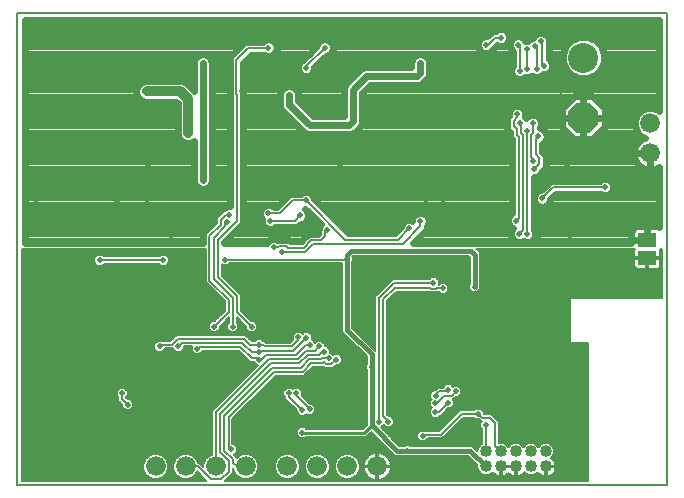
<source format=gbl>
G75*
%MOIN*%
%OFA0B0*%
%FSLAX25Y25*%
%IPPOS*%
%LPD*%
%AMOC8*
5,1,8,0,0,1.08239X$1,22.5*
%
%ADD10C,0.00600*%
%ADD11C,0.10000*%
%ADD12OC8,0.10000*%
%ADD13C,0.04000*%
%ADD14C,0.06600*%
%ADD15R,0.06300X0.04600*%
%ADD16C,0.00500*%
%ADD17C,0.02100*%
%ADD18C,0.01709*%
%ADD19C,0.01929*%
%ADD20C,0.00800*%
%ADD21C,0.02400*%
%ADD22C,0.01600*%
%ADD23C,0.01000*%
%ADD24C,0.03200*%
D10*
X0028250Y0020400D02*
X0244785Y0020400D01*
X0244785Y0177880D01*
X0028250Y0177880D01*
X0028250Y0020400D01*
X0113875Y0099690D02*
X0115138Y0099690D01*
X0115603Y0100154D01*
X0117871Y0100154D01*
X0118435Y0099590D01*
X0123726Y0099590D01*
X0126312Y0102175D01*
X0129500Y0102175D01*
X0130750Y0103425D01*
X0130750Y0104907D01*
X0131482Y0105640D01*
D11*
X0217000Y0162900D03*
D12*
X0217000Y0142900D03*
D13*
X0204500Y0031650D03*
X0199500Y0031650D03*
X0194500Y0031650D03*
X0189500Y0031650D03*
X0184500Y0031650D03*
X0184500Y0026650D03*
X0189500Y0026650D03*
X0194500Y0026650D03*
X0199500Y0026650D03*
X0204500Y0026650D03*
D14*
X0148250Y0026650D03*
X0138250Y0026650D03*
X0128250Y0026650D03*
X0118250Y0026650D03*
X0104500Y0026650D03*
X0094500Y0026650D03*
X0084500Y0026650D03*
X0074500Y0026650D03*
X0239237Y0131037D03*
X0239237Y0141038D03*
D15*
X0238250Y0102150D03*
X0238250Y0096150D03*
D16*
X0238500Y0096174D02*
X0243235Y0096174D01*
X0243235Y0096672D02*
X0242650Y0096672D01*
X0242650Y0096400D02*
X0242650Y0098615D01*
X0242565Y0098932D01*
X0242439Y0099150D01*
X0243235Y0099150D01*
X0243235Y0082900D01*
X0212450Y0082900D01*
X0212450Y0067750D01*
X0218400Y0067750D01*
X0218400Y0021950D01*
X0097649Y0021950D01*
X0100050Y0024351D01*
X0100050Y0026282D01*
X0100200Y0026132D01*
X0100350Y0025982D01*
X0100350Y0025825D01*
X0100982Y0024299D01*
X0102149Y0023132D01*
X0103675Y0022500D01*
X0105325Y0022500D01*
X0106851Y0023132D01*
X0108018Y0024299D01*
X0108650Y0025825D01*
X0108650Y0027475D01*
X0108018Y0029001D01*
X0106851Y0030168D01*
X0105325Y0030800D01*
X0103675Y0030800D01*
X0102149Y0030168D01*
X0101450Y0029469D01*
X0101450Y0029529D01*
X0100718Y0030261D01*
X0100385Y0030594D01*
X0101422Y0031631D01*
X0101422Y0033134D01*
X0100359Y0034197D01*
X0099950Y0034197D01*
X0099950Y0042517D01*
X0114408Y0056975D01*
X0123887Y0056975D01*
X0124620Y0057707D01*
X0124620Y0057707D01*
X0126720Y0059808D01*
X0130539Y0059808D01*
X0130542Y0059811D01*
X0130808Y0059546D01*
X0133471Y0059546D01*
X0134385Y0060460D01*
X0135420Y0060460D01*
X0136483Y0061523D01*
X0136483Y0063027D01*
X0135420Y0064090D01*
X0133917Y0064090D01*
X0133647Y0063819D01*
X0132891Y0064575D01*
X0132478Y0064575D01*
X0132478Y0065613D01*
X0131415Y0066676D01*
X0130690Y0066676D01*
X0130690Y0067402D01*
X0129627Y0068465D01*
X0128123Y0068465D01*
X0127617Y0067958D01*
X0127617Y0067974D01*
X0126554Y0069037D01*
X0126454Y0069037D01*
X0126454Y0070387D01*
X0125391Y0071450D01*
X0123888Y0071450D01*
X0123389Y0070952D01*
X0122752Y0071590D01*
X0121248Y0071590D01*
X0120185Y0070527D01*
X0120185Y0069023D01*
X0120232Y0068977D01*
X0119216Y0067960D01*
X0111207Y0067960D01*
X0110643Y0068525D01*
X0110191Y0068525D01*
X0109627Y0069090D01*
X0108123Y0069090D01*
X0107559Y0068525D01*
X0106373Y0068525D01*
X0104348Y0070550D01*
X0081354Y0070550D01*
X0080622Y0069818D01*
X0079329Y0068525D01*
X0075857Y0068525D01*
X0075797Y0068465D01*
X0074998Y0068465D01*
X0073935Y0067402D01*
X0073935Y0065898D01*
X0074998Y0064835D01*
X0076502Y0064835D01*
X0077565Y0065898D01*
X0077565Y0066025D01*
X0080185Y0066025D01*
X0080185Y0065898D01*
X0081248Y0064835D01*
X0082752Y0064835D01*
X0083815Y0065898D01*
X0083815Y0066650D01*
X0086435Y0066650D01*
X0086435Y0065184D01*
X0087498Y0064121D01*
X0089002Y0064121D01*
X0090065Y0065184D01*
X0090065Y0065250D01*
X0102152Y0065250D01*
X0105871Y0061531D01*
X0107060Y0061531D01*
X0107060Y0061465D01*
X0108123Y0060402D01*
X0108359Y0060402D01*
X0093250Y0045293D01*
X0093250Y0030624D01*
X0092149Y0030168D01*
X0090982Y0029001D01*
X0090350Y0027475D01*
X0090350Y0026487D01*
X0088937Y0027900D01*
X0088474Y0027900D01*
X0088018Y0029001D01*
X0086851Y0030168D01*
X0085325Y0030800D01*
X0083675Y0030800D01*
X0082149Y0030168D01*
X0080982Y0029001D01*
X0080350Y0027475D01*
X0080350Y0025825D01*
X0080982Y0024299D01*
X0082149Y0023132D01*
X0083675Y0022500D01*
X0085325Y0022500D01*
X0086851Y0023132D01*
X0088018Y0024299D01*
X0088306Y0024995D01*
X0091351Y0021950D01*
X0029800Y0021950D01*
X0029800Y0099150D01*
X0091075Y0099150D01*
X0091075Y0088097D01*
X0091807Y0087365D01*
X0097475Y0081697D01*
X0097475Y0078618D01*
X0093922Y0075065D01*
X0093123Y0075065D01*
X0092060Y0074002D01*
X0092060Y0072498D01*
X0093123Y0071435D01*
X0094627Y0071435D01*
X0095690Y0072498D01*
X0095690Y0073297D01*
X0098875Y0076482D01*
X0098875Y0074566D01*
X0098310Y0074002D01*
X0098310Y0072498D01*
X0099373Y0071435D01*
X0100877Y0071435D01*
X0101940Y0072498D01*
X0101940Y0074002D01*
X0101375Y0074566D01*
X0101375Y0076482D01*
X0104560Y0073297D01*
X0104560Y0072498D01*
X0105623Y0071435D01*
X0107127Y0071435D01*
X0108190Y0072498D01*
X0108190Y0074002D01*
X0107127Y0075065D01*
X0106328Y0075065D01*
X0102775Y0078618D01*
X0102775Y0083893D01*
X0102043Y0084625D01*
X0096375Y0090293D01*
X0096375Y0094273D01*
X0096873Y0093775D01*
X0098377Y0093775D01*
X0098941Y0094340D01*
X0136684Y0094340D01*
X0136684Y0071508D01*
X0144784Y0063407D01*
X0144784Y0060691D01*
X0144619Y0060527D01*
X0144619Y0059023D01*
X0144784Y0058859D01*
X0144784Y0040600D01*
X0143434Y0039250D01*
X0124490Y0039250D01*
X0124025Y0039715D01*
X0122522Y0039715D01*
X0121459Y0038652D01*
X0121459Y0037148D01*
X0122522Y0036085D01*
X0124025Y0036085D01*
X0124490Y0036550D01*
X0144552Y0036550D01*
X0146222Y0038220D01*
X0154179Y0030262D01*
X0157362Y0030262D01*
X0157527Y0030098D01*
X0159030Y0030098D01*
X0159195Y0030262D01*
X0178554Y0030262D01*
X0181650Y0027167D01*
X0181650Y0026083D01*
X0182084Y0025036D01*
X0182886Y0024234D01*
X0183933Y0023800D01*
X0185067Y0023800D01*
X0186114Y0024234D01*
X0186769Y0024888D01*
X0186976Y0024578D01*
X0187428Y0024126D01*
X0187961Y0023770D01*
X0188552Y0023525D01*
X0189180Y0023400D01*
X0189250Y0023400D01*
X0189250Y0026400D01*
X0189750Y0026400D01*
X0189750Y0026900D01*
X0192750Y0026900D01*
X0194250Y0026900D01*
X0194250Y0026400D01*
X0189750Y0026400D01*
X0189750Y0023400D01*
X0189820Y0023400D01*
X0190448Y0023525D01*
X0191039Y0023770D01*
X0191572Y0024126D01*
X0192000Y0024554D01*
X0192428Y0024126D01*
X0192961Y0023770D01*
X0193552Y0023525D01*
X0194180Y0023400D01*
X0194250Y0023400D01*
X0194250Y0026400D01*
X0194750Y0026400D01*
X0194750Y0023400D01*
X0194820Y0023400D01*
X0195448Y0023525D01*
X0196039Y0023770D01*
X0196572Y0024126D01*
X0197024Y0024578D01*
X0197231Y0024888D01*
X0197886Y0024234D01*
X0198933Y0023800D01*
X0200067Y0023800D01*
X0201114Y0024234D01*
X0201769Y0024888D01*
X0201976Y0024578D01*
X0202428Y0024126D01*
X0202961Y0023770D01*
X0203552Y0023525D01*
X0204180Y0023400D01*
X0204250Y0023400D01*
X0204250Y0026400D01*
X0204750Y0026400D01*
X0204750Y0026900D01*
X0207750Y0026900D01*
X0207750Y0026970D01*
X0207625Y0027598D01*
X0207380Y0028189D01*
X0207024Y0028722D01*
X0206572Y0029174D01*
X0206262Y0029381D01*
X0206916Y0030036D01*
X0207350Y0031083D01*
X0207350Y0032217D01*
X0206916Y0033264D01*
X0206114Y0034066D01*
X0205067Y0034500D01*
X0203933Y0034500D01*
X0202886Y0034066D01*
X0202084Y0033264D01*
X0202000Y0033062D01*
X0201916Y0033264D01*
X0201114Y0034066D01*
X0200067Y0034500D01*
X0198933Y0034500D01*
X0197886Y0034066D01*
X0197084Y0033264D01*
X0197000Y0033062D01*
X0196916Y0033264D01*
X0196114Y0034066D01*
X0195067Y0034500D01*
X0193933Y0034500D01*
X0192886Y0034066D01*
X0192084Y0033264D01*
X0192000Y0033062D01*
X0191916Y0033264D01*
X0191114Y0034066D01*
X0190067Y0034500D01*
X0188933Y0034500D01*
X0188875Y0034476D01*
X0188875Y0041543D01*
X0188143Y0042275D01*
X0186268Y0044150D01*
X0183815Y0044150D01*
X0183815Y0044902D01*
X0182752Y0045965D01*
X0181248Y0045965D01*
X0180684Y0045400D01*
X0175857Y0045400D01*
X0175125Y0044668D01*
X0168982Y0038525D01*
X0164250Y0038525D01*
X0164148Y0038627D01*
X0162645Y0038627D01*
X0161582Y0037564D01*
X0161582Y0036061D01*
X0162645Y0034998D01*
X0164148Y0034998D01*
X0165175Y0036025D01*
X0170018Y0036025D01*
X0170750Y0036757D01*
X0176893Y0042900D01*
X0180684Y0042900D01*
X0181248Y0042335D01*
X0182047Y0042335D01*
X0182732Y0041650D01*
X0183094Y0041650D01*
X0182685Y0041241D01*
X0182685Y0039738D01*
X0183250Y0039173D01*
X0183250Y0034217D01*
X0182886Y0034066D01*
X0182084Y0033264D01*
X0181650Y0032217D01*
X0181650Y0031833D01*
X0180887Y0032596D01*
X0179921Y0033562D01*
X0159195Y0033562D01*
X0159030Y0033727D01*
X0157527Y0033727D01*
X0157362Y0033562D01*
X0155546Y0033562D01*
X0149363Y0039746D01*
X0149627Y0039746D01*
X0150438Y0040557D01*
X0151248Y0039746D01*
X0152752Y0039746D01*
X0153815Y0040809D01*
X0153815Y0042312D01*
X0152752Y0043375D01*
X0152043Y0043375D01*
X0151525Y0043893D01*
X0151525Y0081802D01*
X0154671Y0084948D01*
X0165406Y0084948D01*
X0165668Y0084685D01*
X0168332Y0084685D01*
X0168421Y0084775D01*
X0168809Y0084775D01*
X0169373Y0084210D01*
X0170877Y0084210D01*
X0171940Y0085273D01*
X0171940Y0086777D01*
X0170877Y0087840D01*
X0169373Y0087840D01*
X0168815Y0087281D01*
X0168815Y0088652D01*
X0167752Y0089715D01*
X0166248Y0089715D01*
X0165684Y0089150D01*
X0153357Y0089150D01*
X0148357Y0084150D01*
X0147625Y0083418D01*
X0147625Y0065233D01*
X0139984Y0072874D01*
X0139984Y0094846D01*
X0140149Y0095011D01*
X0140149Y0096514D01*
X0139986Y0096677D01*
X0140183Y0096875D01*
X0178817Y0096875D01*
X0178935Y0096756D01*
X0178935Y0096523D01*
X0179100Y0096359D01*
X0179100Y0087507D01*
X0178935Y0087343D01*
X0178935Y0085839D01*
X0179998Y0084776D01*
X0181502Y0084776D01*
X0182565Y0085839D01*
X0182565Y0087343D01*
X0182400Y0087507D01*
X0182400Y0096359D01*
X0182565Y0096523D01*
X0182565Y0098027D01*
X0181502Y0099090D01*
X0181269Y0099090D01*
X0181208Y0099150D01*
X0234061Y0099150D01*
X0233935Y0098932D01*
X0233850Y0098615D01*
X0233850Y0096400D01*
X0238000Y0096400D01*
X0238000Y0095900D01*
X0238500Y0095900D01*
X0238500Y0096400D01*
X0242650Y0096400D01*
X0242650Y0095900D02*
X0238500Y0095900D01*
X0238500Y0092600D01*
X0241565Y0092600D01*
X0241882Y0092685D01*
X0242168Y0092850D01*
X0242400Y0093082D01*
X0242565Y0093368D01*
X0242650Y0093685D01*
X0242650Y0095900D01*
X0242650Y0095675D02*
X0243235Y0095675D01*
X0243235Y0095177D02*
X0242650Y0095177D01*
X0242650Y0094678D02*
X0243235Y0094678D01*
X0243235Y0094180D02*
X0242650Y0094180D01*
X0242649Y0093681D02*
X0243235Y0093681D01*
X0243235Y0093183D02*
X0242458Y0093183D01*
X0241879Y0092684D02*
X0243235Y0092684D01*
X0243235Y0092186D02*
X0182400Y0092186D01*
X0182400Y0092684D02*
X0234621Y0092684D01*
X0234618Y0092685D02*
X0234935Y0092600D01*
X0238000Y0092600D01*
X0238000Y0095900D01*
X0233850Y0095900D01*
X0233850Y0093685D01*
X0233935Y0093368D01*
X0234100Y0093082D01*
X0234332Y0092850D01*
X0234618Y0092685D01*
X0234042Y0093183D02*
X0182400Y0093183D01*
X0182400Y0093681D02*
X0233851Y0093681D01*
X0233850Y0094180D02*
X0182400Y0094180D01*
X0182400Y0094678D02*
X0233850Y0094678D01*
X0233850Y0095177D02*
X0182400Y0095177D01*
X0182400Y0095675D02*
X0233850Y0095675D01*
X0233850Y0096672D02*
X0182565Y0096672D01*
X0182565Y0097171D02*
X0233850Y0097171D01*
X0233850Y0097669D02*
X0182565Y0097669D01*
X0182423Y0098168D02*
X0233850Y0098168D01*
X0233864Y0098666D02*
X0181925Y0098666D01*
X0182400Y0096174D02*
X0238000Y0096174D01*
X0238000Y0095675D02*
X0238500Y0095675D01*
X0238500Y0095177D02*
X0238000Y0095177D01*
X0238000Y0094678D02*
X0238500Y0094678D01*
X0238500Y0094180D02*
X0238000Y0094180D01*
X0238000Y0093681D02*
X0238500Y0093681D01*
X0238500Y0093183D02*
X0238000Y0093183D01*
X0238000Y0092684D02*
X0238500Y0092684D01*
X0243235Y0091687D02*
X0182400Y0091687D01*
X0182400Y0091189D02*
X0243235Y0091189D01*
X0243235Y0090690D02*
X0182400Y0090690D01*
X0182400Y0090192D02*
X0243235Y0090192D01*
X0243235Y0089693D02*
X0182400Y0089693D01*
X0182400Y0089195D02*
X0243235Y0089195D01*
X0243235Y0088696D02*
X0182400Y0088696D01*
X0182400Y0088198D02*
X0243235Y0088198D01*
X0243235Y0087699D02*
X0182400Y0087699D01*
X0182565Y0087201D02*
X0243235Y0087201D01*
X0243235Y0086702D02*
X0182565Y0086702D01*
X0182565Y0086203D02*
X0243235Y0086203D01*
X0243235Y0085705D02*
X0182430Y0085705D01*
X0181932Y0085206D02*
X0243235Y0085206D01*
X0243235Y0084708D02*
X0171374Y0084708D01*
X0171873Y0085206D02*
X0179568Y0085206D01*
X0179070Y0085705D02*
X0171940Y0085705D01*
X0171940Y0086203D02*
X0178935Y0086203D01*
X0178935Y0086702D02*
X0171940Y0086702D01*
X0171516Y0087201D02*
X0178935Y0087201D01*
X0179100Y0087699D02*
X0171017Y0087699D01*
X0169233Y0087699D02*
X0168815Y0087699D01*
X0168815Y0088198D02*
X0179100Y0088198D01*
X0179100Y0088696D02*
X0168770Y0088696D01*
X0168272Y0089195D02*
X0179100Y0089195D01*
X0179100Y0089693D02*
X0167773Y0089693D01*
X0166227Y0089693D02*
X0139984Y0089693D01*
X0139984Y0089195D02*
X0165728Y0089195D01*
X0165646Y0084708D02*
X0154431Y0084708D01*
X0153932Y0084209D02*
X0243235Y0084209D01*
X0243235Y0083711D02*
X0153434Y0083711D01*
X0152935Y0083212D02*
X0243235Y0083212D01*
X0243235Y0097171D02*
X0242650Y0097171D01*
X0242650Y0097669D02*
X0243235Y0097669D01*
X0243235Y0098168D02*
X0242650Y0098168D01*
X0242636Y0098666D02*
X0243235Y0098666D01*
X0212450Y0082714D02*
X0152437Y0082714D01*
X0151938Y0082215D02*
X0212450Y0082215D01*
X0212450Y0081717D02*
X0151525Y0081717D01*
X0151525Y0081218D02*
X0212450Y0081218D01*
X0212450Y0080720D02*
X0151525Y0080720D01*
X0151525Y0080221D02*
X0212450Y0080221D01*
X0212450Y0079723D02*
X0151525Y0079723D01*
X0151525Y0079224D02*
X0212450Y0079224D01*
X0212450Y0078726D02*
X0151525Y0078726D01*
X0151525Y0078227D02*
X0212450Y0078227D01*
X0212450Y0077729D02*
X0151525Y0077729D01*
X0151525Y0077230D02*
X0212450Y0077230D01*
X0212450Y0076732D02*
X0151525Y0076732D01*
X0151525Y0076233D02*
X0212450Y0076233D01*
X0212450Y0075735D02*
X0151525Y0075735D01*
X0151525Y0075236D02*
X0212450Y0075236D01*
X0212450Y0074738D02*
X0151525Y0074738D01*
X0151525Y0074239D02*
X0212450Y0074239D01*
X0212450Y0073741D02*
X0151525Y0073741D01*
X0151525Y0073242D02*
X0212450Y0073242D01*
X0212450Y0072744D02*
X0151525Y0072744D01*
X0151525Y0072245D02*
X0212450Y0072245D01*
X0212450Y0071747D02*
X0151525Y0071747D01*
X0151525Y0071248D02*
X0212450Y0071248D01*
X0212450Y0070750D02*
X0151525Y0070750D01*
X0151525Y0070251D02*
X0212450Y0070251D01*
X0212450Y0069753D02*
X0151525Y0069753D01*
X0151525Y0069254D02*
X0212450Y0069254D01*
X0212450Y0068756D02*
X0151525Y0068756D01*
X0151525Y0068257D02*
X0212450Y0068257D01*
X0212450Y0067759D02*
X0151525Y0067759D01*
X0151525Y0067260D02*
X0218400Y0067260D01*
X0218400Y0066762D02*
X0151525Y0066762D01*
X0151525Y0066263D02*
X0218400Y0066263D01*
X0218400Y0065765D02*
X0151525Y0065765D01*
X0151525Y0065266D02*
X0218400Y0065266D01*
X0218400Y0064768D02*
X0151525Y0064768D01*
X0151525Y0064269D02*
X0218400Y0064269D01*
X0218400Y0063770D02*
X0151525Y0063770D01*
X0151525Y0063272D02*
X0218400Y0063272D01*
X0218400Y0062773D02*
X0151525Y0062773D01*
X0151525Y0062275D02*
X0218400Y0062275D01*
X0218400Y0061776D02*
X0151525Y0061776D01*
X0151525Y0061278D02*
X0218400Y0061278D01*
X0218400Y0060779D02*
X0151525Y0060779D01*
X0151525Y0060281D02*
X0218400Y0060281D01*
X0218400Y0059782D02*
X0151525Y0059782D01*
X0151525Y0059284D02*
X0218400Y0059284D01*
X0218400Y0058785D02*
X0151525Y0058785D01*
X0151525Y0058287D02*
X0218400Y0058287D01*
X0218400Y0057788D02*
X0151525Y0057788D01*
X0151525Y0057290D02*
X0218400Y0057290D01*
X0218400Y0056791D02*
X0151525Y0056791D01*
X0151525Y0056293D02*
X0218400Y0056293D01*
X0218400Y0055794D02*
X0151525Y0055794D01*
X0151525Y0055296D02*
X0218400Y0055296D01*
X0218400Y0054797D02*
X0151525Y0054797D01*
X0151525Y0054299D02*
X0218400Y0054299D01*
X0218400Y0053800D02*
X0173041Y0053800D01*
X0172752Y0054090D02*
X0173577Y0053264D01*
X0173778Y0053465D01*
X0175281Y0053465D01*
X0176344Y0052402D01*
X0176344Y0050898D01*
X0175281Y0049835D01*
X0174453Y0049835D01*
X0174350Y0049732D01*
X0173618Y0049000D01*
X0173466Y0049000D01*
X0173815Y0048652D01*
X0173815Y0047148D01*
X0172752Y0046085D01*
X0171953Y0046085D01*
X0170125Y0044257D01*
X0169393Y0043525D01*
X0168941Y0043525D01*
X0168377Y0042960D01*
X0166873Y0042960D01*
X0165810Y0044023D01*
X0165810Y0045527D01*
X0166508Y0046224D01*
X0165810Y0046921D01*
X0165810Y0048425D01*
X0166366Y0048980D01*
X0165895Y0049450D01*
X0165895Y0050954D01*
X0166958Y0052017D01*
X0167474Y0052017D01*
X0167625Y0052168D01*
X0168357Y0052900D01*
X0170185Y0052900D01*
X0170185Y0053027D01*
X0171248Y0054090D01*
X0172752Y0054090D01*
X0173539Y0053302D02*
X0173615Y0053302D01*
X0175444Y0053302D02*
X0218400Y0053302D01*
X0218400Y0052803D02*
X0175942Y0052803D01*
X0176344Y0052305D02*
X0218400Y0052305D01*
X0218400Y0051806D02*
X0176344Y0051806D01*
X0176344Y0051308D02*
X0218400Y0051308D01*
X0218400Y0050809D02*
X0176255Y0050809D01*
X0175756Y0050311D02*
X0218400Y0050311D01*
X0218400Y0049812D02*
X0174430Y0049812D01*
X0173931Y0049314D02*
X0218400Y0049314D01*
X0218400Y0048815D02*
X0173651Y0048815D01*
X0173815Y0048317D02*
X0218400Y0048317D01*
X0218400Y0047818D02*
X0173815Y0047818D01*
X0173815Y0047320D02*
X0218400Y0047320D01*
X0218400Y0046821D02*
X0173487Y0046821D01*
X0172989Y0046323D02*
X0218400Y0046323D01*
X0218400Y0045824D02*
X0182892Y0045824D01*
X0183391Y0045326D02*
X0218400Y0045326D01*
X0218400Y0044827D02*
X0183815Y0044827D01*
X0183815Y0044329D02*
X0218400Y0044329D01*
X0218400Y0043830D02*
X0186588Y0043830D01*
X0187086Y0043332D02*
X0218400Y0043332D01*
X0218400Y0042833D02*
X0187585Y0042833D01*
X0188083Y0042334D02*
X0218400Y0042334D01*
X0218400Y0041836D02*
X0188582Y0041836D01*
X0188875Y0041337D02*
X0218400Y0041337D01*
X0218400Y0040839D02*
X0188875Y0040839D01*
X0188875Y0040340D02*
X0218400Y0040340D01*
X0218400Y0039842D02*
X0188875Y0039842D01*
X0188875Y0039343D02*
X0218400Y0039343D01*
X0218400Y0038845D02*
X0188875Y0038845D01*
X0188875Y0038346D02*
X0218400Y0038346D01*
X0218400Y0037848D02*
X0188875Y0037848D01*
X0188875Y0037349D02*
X0218400Y0037349D01*
X0218400Y0036851D02*
X0188875Y0036851D01*
X0188875Y0036352D02*
X0218400Y0036352D01*
X0218400Y0035854D02*
X0188875Y0035854D01*
X0188875Y0035355D02*
X0218400Y0035355D01*
X0218400Y0034857D02*
X0188875Y0034857D01*
X0190409Y0034358D02*
X0193591Y0034358D01*
X0192679Y0033860D02*
X0191321Y0033860D01*
X0191819Y0033361D02*
X0192181Y0033361D01*
X0195409Y0034358D02*
X0198591Y0034358D01*
X0197679Y0033860D02*
X0196321Y0033860D01*
X0196819Y0033361D02*
X0197181Y0033361D01*
X0200409Y0034358D02*
X0203591Y0034358D01*
X0202679Y0033860D02*
X0201321Y0033860D01*
X0201819Y0033361D02*
X0202181Y0033361D01*
X0205409Y0034358D02*
X0218400Y0034358D01*
X0218400Y0033860D02*
X0206321Y0033860D01*
X0206819Y0033361D02*
X0218400Y0033361D01*
X0218400Y0032863D02*
X0207082Y0032863D01*
X0207289Y0032364D02*
X0218400Y0032364D01*
X0218400Y0031866D02*
X0207350Y0031866D01*
X0207350Y0031367D02*
X0218400Y0031367D01*
X0218400Y0030869D02*
X0207261Y0030869D01*
X0207055Y0030370D02*
X0218400Y0030370D01*
X0218400Y0029872D02*
X0206752Y0029872D01*
X0206274Y0029373D02*
X0218400Y0029373D01*
X0218400Y0028875D02*
X0206871Y0028875D01*
X0207255Y0028376D02*
X0218400Y0028376D01*
X0218400Y0027878D02*
X0207509Y0027878D01*
X0207669Y0027379D02*
X0218400Y0027379D01*
X0218400Y0026881D02*
X0204750Y0026881D01*
X0204750Y0026400D02*
X0207750Y0026400D01*
X0207750Y0026330D01*
X0207625Y0025702D01*
X0207380Y0025111D01*
X0207024Y0024578D01*
X0206572Y0024126D01*
X0206039Y0023770D01*
X0205448Y0023525D01*
X0204820Y0023400D01*
X0204750Y0023400D01*
X0204750Y0026400D01*
X0204750Y0026382D02*
X0204250Y0026382D01*
X0204250Y0025884D02*
X0204750Y0025884D01*
X0204750Y0025385D02*
X0204250Y0025385D01*
X0204250Y0024887D02*
X0204750Y0024887D01*
X0204750Y0024388D02*
X0204250Y0024388D01*
X0204250Y0023890D02*
X0204750Y0023890D01*
X0206219Y0023890D02*
X0218400Y0023890D01*
X0218400Y0024388D02*
X0206834Y0024388D01*
X0207230Y0024887D02*
X0218400Y0024887D01*
X0218400Y0025385D02*
X0207494Y0025385D01*
X0207661Y0025884D02*
X0218400Y0025884D01*
X0218400Y0026382D02*
X0207750Y0026382D01*
X0202781Y0023890D02*
X0200283Y0023890D01*
X0201269Y0024388D02*
X0202166Y0024388D01*
X0201770Y0024887D02*
X0201767Y0024887D01*
X0198717Y0023890D02*
X0196219Y0023890D01*
X0196834Y0024388D02*
X0197731Y0024388D01*
X0197233Y0024887D02*
X0197230Y0024887D01*
X0194750Y0024887D02*
X0194250Y0024887D01*
X0194250Y0025385D02*
X0194750Y0025385D01*
X0194750Y0025884D02*
X0194250Y0025884D01*
X0194250Y0026382D02*
X0194750Y0026382D01*
X0194250Y0026881D02*
X0189750Y0026881D01*
X0189750Y0026382D02*
X0189250Y0026382D01*
X0189250Y0025884D02*
X0189750Y0025884D01*
X0189750Y0025385D02*
X0189250Y0025385D01*
X0189250Y0024887D02*
X0189750Y0024887D01*
X0189750Y0024388D02*
X0189250Y0024388D01*
X0189250Y0023890D02*
X0189750Y0023890D01*
X0191219Y0023890D02*
X0192781Y0023890D01*
X0192166Y0024388D02*
X0191834Y0024388D01*
X0194250Y0024388D02*
X0194750Y0024388D01*
X0194750Y0023890D02*
X0194250Y0023890D01*
X0187781Y0023890D02*
X0185283Y0023890D01*
X0186269Y0024388D02*
X0187166Y0024388D01*
X0186770Y0024887D02*
X0186767Y0024887D01*
X0183717Y0023890D02*
X0151869Y0023890D01*
X0151721Y0023686D02*
X0152141Y0024265D01*
X0152467Y0024903D01*
X0152688Y0025585D01*
X0152800Y0026292D01*
X0152800Y0026400D01*
X0148500Y0026400D01*
X0148500Y0026900D01*
X0148000Y0026900D01*
X0148000Y0031200D01*
X0147892Y0031200D01*
X0147185Y0031088D01*
X0146503Y0030867D01*
X0145865Y0030541D01*
X0145286Y0030121D01*
X0144779Y0029614D01*
X0144358Y0029035D01*
X0144033Y0028397D01*
X0143812Y0027715D01*
X0143700Y0027008D01*
X0143700Y0026900D01*
X0148000Y0026900D01*
X0148000Y0026400D01*
X0143700Y0026400D01*
X0143700Y0026292D01*
X0143812Y0025585D01*
X0144033Y0024903D01*
X0144358Y0024265D01*
X0144779Y0023686D01*
X0145286Y0023179D01*
X0145865Y0022758D01*
X0146503Y0022433D01*
X0147185Y0022212D01*
X0147892Y0022100D01*
X0148000Y0022100D01*
X0148000Y0026400D01*
X0148500Y0026400D01*
X0148500Y0022100D01*
X0148608Y0022100D01*
X0149315Y0022212D01*
X0149997Y0022433D01*
X0150635Y0022758D01*
X0151214Y0023179D01*
X0151721Y0023686D01*
X0151426Y0023391D02*
X0218400Y0023391D01*
X0218400Y0022893D02*
X0150819Y0022893D01*
X0149876Y0022394D02*
X0218400Y0022394D01*
X0182731Y0024388D02*
X0152204Y0024388D01*
X0152458Y0024887D02*
X0182233Y0024887D01*
X0181939Y0025385D02*
X0152623Y0025385D01*
X0152735Y0025884D02*
X0181733Y0025884D01*
X0181650Y0026382D02*
X0152800Y0026382D01*
X0152800Y0026900D02*
X0152800Y0027008D01*
X0152688Y0027715D01*
X0152467Y0028397D01*
X0152141Y0029035D01*
X0151721Y0029614D01*
X0151214Y0030121D01*
X0150635Y0030541D01*
X0149997Y0030867D01*
X0149315Y0031088D01*
X0148608Y0031200D01*
X0148500Y0031200D01*
X0148500Y0026900D01*
X0152800Y0026900D01*
X0152741Y0027379D02*
X0181437Y0027379D01*
X0181650Y0026881D02*
X0148500Y0026881D01*
X0148500Y0027379D02*
X0148000Y0027379D01*
X0148000Y0026881D02*
X0142400Y0026881D01*
X0142400Y0027379D02*
X0143759Y0027379D01*
X0143865Y0027878D02*
X0142233Y0027878D01*
X0142400Y0027475D02*
X0141768Y0029001D01*
X0140601Y0030168D01*
X0139075Y0030800D01*
X0137425Y0030800D01*
X0135899Y0030168D01*
X0134732Y0029001D01*
X0134100Y0027475D01*
X0134100Y0025825D01*
X0134732Y0024299D01*
X0135899Y0023132D01*
X0137425Y0022500D01*
X0139075Y0022500D01*
X0140601Y0023132D01*
X0141768Y0024299D01*
X0142400Y0025825D01*
X0142400Y0027475D01*
X0142027Y0028376D02*
X0144027Y0028376D01*
X0144277Y0028875D02*
X0141820Y0028875D01*
X0141396Y0029373D02*
X0144604Y0029373D01*
X0145037Y0029872D02*
X0140897Y0029872D01*
X0140113Y0030370D02*
X0145630Y0030370D01*
X0146510Y0030869D02*
X0100660Y0030869D01*
X0100609Y0030370D02*
X0102637Y0030370D01*
X0101853Y0029872D02*
X0101107Y0029872D01*
X0101158Y0031367D02*
X0153074Y0031367D01*
X0152576Y0031866D02*
X0101422Y0031866D01*
X0101422Y0032364D02*
X0152077Y0032364D01*
X0151579Y0032863D02*
X0101422Y0032863D01*
X0101194Y0033361D02*
X0151080Y0033361D01*
X0150582Y0033860D02*
X0100696Y0033860D01*
X0099950Y0034358D02*
X0150083Y0034358D01*
X0149585Y0034857D02*
X0099950Y0034857D01*
X0099950Y0035355D02*
X0149086Y0035355D01*
X0148588Y0035854D02*
X0099950Y0035854D01*
X0099950Y0036352D02*
X0122255Y0036352D01*
X0121756Y0036851D02*
X0099950Y0036851D01*
X0099950Y0037349D02*
X0121459Y0037349D01*
X0121459Y0037848D02*
X0099950Y0037848D01*
X0099950Y0038346D02*
X0121459Y0038346D01*
X0121652Y0038845D02*
X0099950Y0038845D01*
X0099950Y0039343D02*
X0122151Y0039343D01*
X0124396Y0039343D02*
X0143527Y0039343D01*
X0144026Y0039842D02*
X0099950Y0039842D01*
X0099950Y0040340D02*
X0144524Y0040340D01*
X0144784Y0040839D02*
X0099950Y0040839D01*
X0099950Y0041337D02*
X0144784Y0041337D01*
X0144784Y0041836D02*
X0099950Y0041836D01*
X0099950Y0042334D02*
X0144784Y0042334D01*
X0144784Y0042833D02*
X0100266Y0042833D01*
X0100764Y0043332D02*
X0144784Y0043332D01*
X0144784Y0043830D02*
X0124217Y0043830D01*
X0123972Y0043585D02*
X0124678Y0044291D01*
X0124998Y0043971D01*
X0126502Y0043971D01*
X0127565Y0045034D01*
X0127565Y0046537D01*
X0126502Y0047600D01*
X0125703Y0047600D01*
X0123036Y0050267D01*
X0123132Y0050363D01*
X0123132Y0051866D01*
X0122069Y0052929D01*
X0120566Y0052929D01*
X0120053Y0052416D01*
X0119540Y0052929D01*
X0118037Y0052929D01*
X0116974Y0051866D01*
X0116974Y0050363D01*
X0117625Y0049712D01*
X0117625Y0049228D01*
X0121406Y0045447D01*
X0121406Y0044648D01*
X0122469Y0043585D01*
X0123972Y0043585D01*
X0122225Y0043830D02*
X0101263Y0043830D01*
X0101761Y0044329D02*
X0121726Y0044329D01*
X0121406Y0044827D02*
X0102260Y0044827D01*
X0102758Y0045326D02*
X0121406Y0045326D01*
X0121029Y0045824D02*
X0103257Y0045824D01*
X0103755Y0046323D02*
X0120530Y0046323D01*
X0120032Y0046821D02*
X0104254Y0046821D01*
X0104752Y0047320D02*
X0119533Y0047320D01*
X0119035Y0047818D02*
X0105251Y0047818D01*
X0105749Y0048317D02*
X0118536Y0048317D01*
X0118038Y0048815D02*
X0106248Y0048815D01*
X0106746Y0049314D02*
X0117625Y0049314D01*
X0117524Y0049812D02*
X0107245Y0049812D01*
X0107743Y0050311D02*
X0117026Y0050311D01*
X0116974Y0050809D02*
X0108242Y0050809D01*
X0108740Y0051308D02*
X0116974Y0051308D01*
X0116974Y0051806D02*
X0109239Y0051806D01*
X0109737Y0052305D02*
X0117412Y0052305D01*
X0117911Y0052803D02*
X0110236Y0052803D01*
X0110734Y0053302D02*
X0144784Y0053302D01*
X0144784Y0053800D02*
X0111233Y0053800D01*
X0111731Y0054299D02*
X0144784Y0054299D01*
X0144784Y0054797D02*
X0112230Y0054797D01*
X0112728Y0055296D02*
X0144784Y0055296D01*
X0144784Y0055794D02*
X0113227Y0055794D01*
X0113725Y0056293D02*
X0144784Y0056293D01*
X0144784Y0056791D02*
X0114224Y0056791D01*
X0119666Y0052803D02*
X0120440Y0052803D01*
X0122195Y0052803D02*
X0144784Y0052803D01*
X0144784Y0052305D02*
X0122693Y0052305D01*
X0123132Y0051806D02*
X0144784Y0051806D01*
X0144784Y0051308D02*
X0123132Y0051308D01*
X0123132Y0050809D02*
X0144784Y0050809D01*
X0144784Y0050311D02*
X0123080Y0050311D01*
X0123491Y0049812D02*
X0144784Y0049812D01*
X0144784Y0049314D02*
X0123990Y0049314D01*
X0124488Y0048815D02*
X0144784Y0048815D01*
X0144784Y0048317D02*
X0124987Y0048317D01*
X0125485Y0047818D02*
X0144784Y0047818D01*
X0144784Y0047320D02*
X0126782Y0047320D01*
X0127280Y0046821D02*
X0144784Y0046821D01*
X0144784Y0046323D02*
X0127565Y0046323D01*
X0127565Y0045824D02*
X0144784Y0045824D01*
X0144784Y0045326D02*
X0127565Y0045326D01*
X0127358Y0044827D02*
X0144784Y0044827D01*
X0144784Y0044329D02*
X0126859Y0044329D01*
X0124292Y0036352D02*
X0148089Y0036352D01*
X0147591Y0036851D02*
X0144853Y0036851D01*
X0145352Y0037349D02*
X0147092Y0037349D01*
X0146594Y0037848D02*
X0145850Y0037848D01*
X0149765Y0039343D02*
X0169801Y0039343D01*
X0169302Y0038845D02*
X0150264Y0038845D01*
X0150762Y0038346D02*
X0162364Y0038346D01*
X0161866Y0037848D02*
X0151261Y0037848D01*
X0151759Y0037349D02*
X0161582Y0037349D01*
X0161582Y0036851D02*
X0152258Y0036851D01*
X0152756Y0036352D02*
X0161582Y0036352D01*
X0161789Y0035854D02*
X0153255Y0035854D01*
X0153753Y0035355D02*
X0162288Y0035355D01*
X0164506Y0035355D02*
X0183250Y0035355D01*
X0183250Y0034857D02*
X0154252Y0034857D01*
X0154750Y0034358D02*
X0183250Y0034358D01*
X0182679Y0033860D02*
X0155249Y0033860D01*
X0153573Y0030869D02*
X0149990Y0030869D01*
X0150870Y0030370D02*
X0154071Y0030370D01*
X0152223Y0028875D02*
X0179942Y0028875D01*
X0179443Y0029373D02*
X0151896Y0029373D01*
X0151463Y0029872D02*
X0178945Y0029872D01*
X0180440Y0028376D02*
X0152473Y0028376D01*
X0152635Y0027878D02*
X0180939Y0027878D01*
X0181618Y0031866D02*
X0181650Y0031866D01*
X0181711Y0032364D02*
X0181119Y0032364D01*
X0180887Y0032596D02*
X0180887Y0032596D01*
X0180621Y0032863D02*
X0181918Y0032863D01*
X0182181Y0033361D02*
X0180122Y0033361D01*
X0183250Y0035854D02*
X0165004Y0035854D01*
X0170345Y0036352D02*
X0183250Y0036352D01*
X0183250Y0036851D02*
X0170844Y0036851D01*
X0171342Y0037349D02*
X0183250Y0037349D01*
X0183250Y0037848D02*
X0171841Y0037848D01*
X0172339Y0038346D02*
X0183250Y0038346D01*
X0183250Y0038845D02*
X0172838Y0038845D01*
X0173336Y0039343D02*
X0183080Y0039343D01*
X0182685Y0039842D02*
X0173835Y0039842D01*
X0174333Y0040340D02*
X0182685Y0040340D01*
X0182685Y0040839D02*
X0174832Y0040839D01*
X0175330Y0041337D02*
X0182782Y0041337D01*
X0182546Y0041836D02*
X0175829Y0041836D01*
X0176327Y0042334D02*
X0182048Y0042334D01*
X0180751Y0042833D02*
X0176826Y0042833D01*
X0175284Y0044827D02*
X0170695Y0044827D01*
X0171193Y0045326D02*
X0175783Y0045326D01*
X0174786Y0044329D02*
X0170196Y0044329D01*
X0169698Y0043830D02*
X0174287Y0043830D01*
X0173789Y0043332D02*
X0168748Y0043332D01*
X0166502Y0043332D02*
X0152795Y0043332D01*
X0153294Y0042833D02*
X0173290Y0042833D01*
X0172792Y0042334D02*
X0153792Y0042334D01*
X0153815Y0041836D02*
X0172293Y0041836D01*
X0171795Y0041337D02*
X0153815Y0041337D01*
X0153815Y0040839D02*
X0171296Y0040839D01*
X0170798Y0040340D02*
X0153346Y0040340D01*
X0152848Y0039842D02*
X0170299Y0039842D01*
X0166004Y0043830D02*
X0151588Y0043830D01*
X0151525Y0044329D02*
X0165810Y0044329D01*
X0165810Y0044827D02*
X0151525Y0044827D01*
X0151525Y0045326D02*
X0165810Y0045326D01*
X0166108Y0045824D02*
X0151525Y0045824D01*
X0151525Y0046323D02*
X0166409Y0046323D01*
X0165911Y0046821D02*
X0151525Y0046821D01*
X0151525Y0047320D02*
X0165810Y0047320D01*
X0165810Y0047818D02*
X0151525Y0047818D01*
X0151525Y0048317D02*
X0165810Y0048317D01*
X0166201Y0048815D02*
X0151525Y0048815D01*
X0151525Y0049314D02*
X0166032Y0049314D01*
X0165895Y0049812D02*
X0151525Y0049812D01*
X0151525Y0050311D02*
X0165895Y0050311D01*
X0165895Y0050809D02*
X0151525Y0050809D01*
X0151525Y0051308D02*
X0166249Y0051308D01*
X0166748Y0051806D02*
X0151525Y0051806D01*
X0151525Y0052305D02*
X0167762Y0052305D01*
X0168260Y0052803D02*
X0151525Y0052803D01*
X0151525Y0053302D02*
X0170461Y0053302D01*
X0170959Y0053800D02*
X0151525Y0053800D01*
X0144784Y0057290D02*
X0124202Y0057290D01*
X0124701Y0057788D02*
X0144784Y0057788D01*
X0144784Y0058287D02*
X0125199Y0058287D01*
X0125698Y0058785D02*
X0144784Y0058785D01*
X0144619Y0059284D02*
X0126196Y0059284D01*
X0126695Y0059782D02*
X0130572Y0059782D01*
X0133707Y0059782D02*
X0144619Y0059782D01*
X0144619Y0060281D02*
X0134205Y0060281D01*
X0135739Y0060779D02*
X0144784Y0060779D01*
X0144784Y0061278D02*
X0136237Y0061278D01*
X0136483Y0061776D02*
X0144784Y0061776D01*
X0144784Y0062275D02*
X0136483Y0062275D01*
X0136483Y0062773D02*
X0144784Y0062773D01*
X0144784Y0063272D02*
X0136238Y0063272D01*
X0135739Y0063770D02*
X0144421Y0063770D01*
X0143923Y0064269D02*
X0133197Y0064269D01*
X0132478Y0064768D02*
X0143424Y0064768D01*
X0142926Y0065266D02*
X0132478Y0065266D01*
X0132327Y0065765D02*
X0142427Y0065765D01*
X0141928Y0066263D02*
X0131828Y0066263D01*
X0130690Y0066762D02*
X0141430Y0066762D01*
X0140931Y0067260D02*
X0130690Y0067260D01*
X0130333Y0067759D02*
X0140433Y0067759D01*
X0139934Y0068257D02*
X0129834Y0068257D01*
X0127916Y0068257D02*
X0127334Y0068257D01*
X0126836Y0068756D02*
X0139436Y0068756D01*
X0138937Y0069254D02*
X0126454Y0069254D01*
X0126454Y0069753D02*
X0138439Y0069753D01*
X0137940Y0070251D02*
X0126454Y0070251D01*
X0126092Y0070750D02*
X0137442Y0070750D01*
X0136943Y0071248D02*
X0125593Y0071248D01*
X0123685Y0071248D02*
X0123093Y0071248D01*
X0120907Y0071248D02*
X0029800Y0071248D01*
X0029800Y0070750D02*
X0120408Y0070750D01*
X0120185Y0070251D02*
X0104647Y0070251D01*
X0105145Y0069753D02*
X0120185Y0069753D01*
X0120185Y0069254D02*
X0105644Y0069254D01*
X0106142Y0068756D02*
X0107789Y0068756D01*
X0109961Y0068756D02*
X0120011Y0068756D01*
X0119513Y0068257D02*
X0110911Y0068257D01*
X0107438Y0071747D02*
X0136684Y0071747D01*
X0136684Y0072245D02*
X0107936Y0072245D01*
X0108190Y0072744D02*
X0136684Y0072744D01*
X0136684Y0073242D02*
X0108190Y0073242D01*
X0108190Y0073741D02*
X0136684Y0073741D01*
X0136684Y0074239D02*
X0107952Y0074239D01*
X0107453Y0074738D02*
X0136684Y0074738D01*
X0136684Y0075236D02*
X0106157Y0075236D01*
X0105658Y0075735D02*
X0136684Y0075735D01*
X0136684Y0076233D02*
X0105159Y0076233D01*
X0104661Y0076732D02*
X0136684Y0076732D01*
X0136684Y0077230D02*
X0104162Y0077230D01*
X0103664Y0077729D02*
X0136684Y0077729D01*
X0136684Y0078227D02*
X0103165Y0078227D01*
X0102775Y0078726D02*
X0136684Y0078726D01*
X0136684Y0079224D02*
X0102775Y0079224D01*
X0102775Y0079723D02*
X0136684Y0079723D01*
X0136684Y0080221D02*
X0102775Y0080221D01*
X0102775Y0080720D02*
X0136684Y0080720D01*
X0136684Y0081218D02*
X0102775Y0081218D01*
X0102775Y0081717D02*
X0136684Y0081717D01*
X0136684Y0082215D02*
X0102775Y0082215D01*
X0102775Y0082714D02*
X0136684Y0082714D01*
X0136684Y0083212D02*
X0102775Y0083212D01*
X0102775Y0083711D02*
X0136684Y0083711D01*
X0136684Y0084209D02*
X0102458Y0084209D01*
X0101960Y0084708D02*
X0136684Y0084708D01*
X0136684Y0085206D02*
X0101461Y0085206D01*
X0100963Y0085705D02*
X0136684Y0085705D01*
X0136684Y0086203D02*
X0100464Y0086203D01*
X0099966Y0086702D02*
X0136684Y0086702D01*
X0136684Y0087201D02*
X0099467Y0087201D01*
X0098969Y0087699D02*
X0136684Y0087699D01*
X0136684Y0088198D02*
X0098470Y0088198D01*
X0097972Y0088696D02*
X0136684Y0088696D01*
X0136684Y0089195D02*
X0097473Y0089195D01*
X0096975Y0089693D02*
X0136684Y0089693D01*
X0136684Y0090192D02*
X0096476Y0090192D01*
X0096375Y0090690D02*
X0136684Y0090690D01*
X0136684Y0091189D02*
X0096375Y0091189D01*
X0096375Y0091687D02*
X0136684Y0091687D01*
X0136684Y0092186D02*
X0096375Y0092186D01*
X0096375Y0092684D02*
X0136684Y0092684D01*
X0136684Y0093183D02*
X0096375Y0093183D01*
X0096375Y0093681D02*
X0136684Y0093681D01*
X0136684Y0094180D02*
X0098781Y0094180D01*
X0096469Y0094180D02*
X0096375Y0094180D01*
X0091075Y0094180D02*
X0078346Y0094180D01*
X0078815Y0094648D02*
X0078815Y0096152D01*
X0077752Y0097215D01*
X0076248Y0097215D01*
X0075684Y0096650D01*
X0057066Y0096650D01*
X0056502Y0097215D01*
X0054998Y0097215D01*
X0053935Y0096152D01*
X0053935Y0094648D01*
X0054998Y0093585D01*
X0056502Y0093585D01*
X0057066Y0094150D01*
X0075684Y0094150D01*
X0076248Y0093585D01*
X0077752Y0093585D01*
X0078815Y0094648D01*
X0078815Y0094678D02*
X0091075Y0094678D01*
X0091075Y0095177D02*
X0078815Y0095177D01*
X0078815Y0095675D02*
X0091075Y0095675D01*
X0091075Y0096174D02*
X0078792Y0096174D01*
X0078294Y0096672D02*
X0091075Y0096672D01*
X0091075Y0097171D02*
X0077795Y0097171D01*
X0076205Y0097171D02*
X0056545Y0097171D01*
X0057044Y0096672D02*
X0075706Y0096672D01*
X0076153Y0093681D02*
X0056597Y0093681D01*
X0054903Y0093681D02*
X0029800Y0093681D01*
X0029800Y0093183D02*
X0091075Y0093183D01*
X0091075Y0093681D02*
X0077847Y0093681D01*
X0091075Y0092684D02*
X0029800Y0092684D01*
X0029800Y0092186D02*
X0091075Y0092186D01*
X0091075Y0091687D02*
X0029800Y0091687D01*
X0029800Y0091189D02*
X0091075Y0091189D01*
X0091075Y0090690D02*
X0029800Y0090690D01*
X0029800Y0090192D02*
X0091075Y0090192D01*
X0091075Y0089693D02*
X0029800Y0089693D01*
X0029800Y0089195D02*
X0091075Y0089195D01*
X0091075Y0088696D02*
X0029800Y0088696D01*
X0029800Y0088198D02*
X0091075Y0088198D01*
X0091473Y0087699D02*
X0029800Y0087699D01*
X0029800Y0087201D02*
X0091972Y0087201D01*
X0092470Y0086702D02*
X0029800Y0086702D01*
X0029800Y0086203D02*
X0092969Y0086203D01*
X0093467Y0085705D02*
X0029800Y0085705D01*
X0029800Y0085206D02*
X0093966Y0085206D01*
X0094464Y0084708D02*
X0029800Y0084708D01*
X0029800Y0084209D02*
X0094963Y0084209D01*
X0095461Y0083711D02*
X0029800Y0083711D01*
X0029800Y0083212D02*
X0095960Y0083212D01*
X0096458Y0082714D02*
X0029800Y0082714D01*
X0029800Y0082215D02*
X0096957Y0082215D01*
X0097455Y0081717D02*
X0029800Y0081717D01*
X0029800Y0081218D02*
X0097475Y0081218D01*
X0097475Y0080720D02*
X0029800Y0080720D01*
X0029800Y0080221D02*
X0097475Y0080221D01*
X0097475Y0079723D02*
X0029800Y0079723D01*
X0029800Y0079224D02*
X0097475Y0079224D01*
X0097475Y0078726D02*
X0029800Y0078726D01*
X0029800Y0078227D02*
X0097085Y0078227D01*
X0096586Y0077729D02*
X0029800Y0077729D01*
X0029800Y0077230D02*
X0096088Y0077230D01*
X0095589Y0076732D02*
X0029800Y0076732D01*
X0029800Y0076233D02*
X0095091Y0076233D01*
X0094592Y0075735D02*
X0029800Y0075735D01*
X0029800Y0075236D02*
X0094093Y0075236D01*
X0092797Y0074738D02*
X0029800Y0074738D01*
X0029800Y0074239D02*
X0092298Y0074239D01*
X0092060Y0073741D02*
X0029800Y0073741D01*
X0029800Y0073242D02*
X0092060Y0073242D01*
X0092060Y0072744D02*
X0029800Y0072744D01*
X0029800Y0072245D02*
X0092314Y0072245D01*
X0092812Y0071747D02*
X0029800Y0071747D01*
X0029800Y0070251D02*
X0081055Y0070251D01*
X0080557Y0069753D02*
X0029800Y0069753D01*
X0029800Y0069254D02*
X0080058Y0069254D01*
X0079560Y0068756D02*
X0029800Y0068756D01*
X0029800Y0068257D02*
X0074791Y0068257D01*
X0074292Y0067759D02*
X0029800Y0067759D01*
X0029800Y0067260D02*
X0073935Y0067260D01*
X0073935Y0066762D02*
X0029800Y0066762D01*
X0029800Y0066263D02*
X0073935Y0066263D01*
X0074069Y0065765D02*
X0029800Y0065765D01*
X0029800Y0065266D02*
X0074568Y0065266D01*
X0076932Y0065266D02*
X0080818Y0065266D01*
X0080319Y0065765D02*
X0077431Y0065765D01*
X0083182Y0065266D02*
X0086435Y0065266D01*
X0086435Y0065765D02*
X0083681Y0065765D01*
X0083815Y0066263D02*
X0086435Y0066263D01*
X0086852Y0064768D02*
X0029800Y0064768D01*
X0029800Y0064269D02*
X0087350Y0064269D01*
X0089150Y0064269D02*
X0103133Y0064269D01*
X0102635Y0064768D02*
X0089648Y0064768D01*
X0094938Y0071747D02*
X0099062Y0071747D01*
X0098564Y0072245D02*
X0095436Y0072245D01*
X0095690Y0072744D02*
X0098310Y0072744D01*
X0098310Y0073242D02*
X0095690Y0073242D01*
X0096133Y0073741D02*
X0098310Y0073741D01*
X0098548Y0074239D02*
X0096632Y0074239D01*
X0097130Y0074738D02*
X0098875Y0074738D01*
X0098875Y0075236D02*
X0097629Y0075236D01*
X0098128Y0075735D02*
X0098875Y0075735D01*
X0098875Y0076233D02*
X0098626Y0076233D01*
X0101375Y0076233D02*
X0101624Y0076233D01*
X0101375Y0075735D02*
X0102122Y0075735D01*
X0102621Y0075236D02*
X0101375Y0075236D01*
X0101375Y0074738D02*
X0103119Y0074738D01*
X0103618Y0074239D02*
X0101702Y0074239D01*
X0101940Y0073741D02*
X0104117Y0073741D01*
X0104560Y0073242D02*
X0101940Y0073242D01*
X0101940Y0072744D02*
X0104560Y0072744D01*
X0104814Y0072245D02*
X0101686Y0072245D01*
X0101188Y0071747D02*
X0105312Y0071747D01*
X0103632Y0063770D02*
X0029800Y0063770D01*
X0029800Y0063272D02*
X0104130Y0063272D01*
X0104629Y0062773D02*
X0029800Y0062773D01*
X0029800Y0062275D02*
X0105127Y0062275D01*
X0105626Y0061776D02*
X0029800Y0061776D01*
X0029800Y0061278D02*
X0107248Y0061278D01*
X0107746Y0060779D02*
X0029800Y0060779D01*
X0029800Y0060281D02*
X0108238Y0060281D01*
X0107740Y0059782D02*
X0029800Y0059782D01*
X0029800Y0059284D02*
X0107241Y0059284D01*
X0106743Y0058785D02*
X0029800Y0058785D01*
X0029800Y0058287D02*
X0106244Y0058287D01*
X0105746Y0057788D02*
X0029800Y0057788D01*
X0029800Y0057290D02*
X0105247Y0057290D01*
X0104749Y0056791D02*
X0029800Y0056791D01*
X0029800Y0056293D02*
X0104250Y0056293D01*
X0103752Y0055794D02*
X0029800Y0055794D01*
X0029800Y0055296D02*
X0103253Y0055296D01*
X0102755Y0054797D02*
X0029800Y0054797D01*
X0029800Y0054299D02*
X0102256Y0054299D01*
X0101758Y0053800D02*
X0029800Y0053800D01*
X0029800Y0053302D02*
X0101259Y0053302D01*
X0100760Y0052803D02*
X0064127Y0052803D01*
X0064002Y0052929D02*
X0062498Y0052929D01*
X0061435Y0051866D01*
X0061435Y0050363D01*
X0062000Y0049798D01*
X0062000Y0048543D01*
X0062732Y0047810D01*
X0063310Y0047232D01*
X0063310Y0046434D01*
X0064373Y0045371D01*
X0065877Y0045371D01*
X0066940Y0046434D01*
X0066940Y0047937D01*
X0065877Y0049000D01*
X0065078Y0049000D01*
X0064500Y0049578D01*
X0064500Y0049798D01*
X0065065Y0050363D01*
X0065065Y0051866D01*
X0064002Y0052929D01*
X0064626Y0052305D02*
X0100262Y0052305D01*
X0099763Y0051806D02*
X0065065Y0051806D01*
X0065065Y0051308D02*
X0099265Y0051308D01*
X0098766Y0050809D02*
X0065065Y0050809D01*
X0065012Y0050311D02*
X0098268Y0050311D01*
X0097769Y0049812D02*
X0064514Y0049812D01*
X0064765Y0049314D02*
X0097271Y0049314D01*
X0096772Y0048815D02*
X0066061Y0048815D01*
X0066560Y0048317D02*
X0096274Y0048317D01*
X0095775Y0047818D02*
X0066940Y0047818D01*
X0066940Y0047320D02*
X0095277Y0047320D01*
X0094778Y0046821D02*
X0066940Y0046821D01*
X0066828Y0046323D02*
X0094280Y0046323D01*
X0093781Y0045824D02*
X0066330Y0045824D01*
X0063920Y0045824D02*
X0029800Y0045824D01*
X0029800Y0045326D02*
X0093283Y0045326D01*
X0093250Y0044827D02*
X0029800Y0044827D01*
X0029800Y0044329D02*
X0093250Y0044329D01*
X0093250Y0043830D02*
X0029800Y0043830D01*
X0029800Y0043332D02*
X0093250Y0043332D01*
X0093250Y0042833D02*
X0029800Y0042833D01*
X0029800Y0042334D02*
X0093250Y0042334D01*
X0093250Y0041836D02*
X0029800Y0041836D01*
X0029800Y0041337D02*
X0093250Y0041337D01*
X0093250Y0040839D02*
X0029800Y0040839D01*
X0029800Y0040340D02*
X0093250Y0040340D01*
X0093250Y0039842D02*
X0029800Y0039842D01*
X0029800Y0039343D02*
X0093250Y0039343D01*
X0093250Y0038845D02*
X0029800Y0038845D01*
X0029800Y0038346D02*
X0093250Y0038346D01*
X0093250Y0037848D02*
X0029800Y0037848D01*
X0029800Y0037349D02*
X0093250Y0037349D01*
X0093250Y0036851D02*
X0029800Y0036851D01*
X0029800Y0036352D02*
X0093250Y0036352D01*
X0093250Y0035854D02*
X0029800Y0035854D01*
X0029800Y0035355D02*
X0093250Y0035355D01*
X0093250Y0034857D02*
X0029800Y0034857D01*
X0029800Y0034358D02*
X0093250Y0034358D01*
X0093250Y0033860D02*
X0029800Y0033860D01*
X0029800Y0033361D02*
X0093250Y0033361D01*
X0093250Y0032863D02*
X0029800Y0032863D01*
X0029800Y0032364D02*
X0093250Y0032364D01*
X0093250Y0031866D02*
X0029800Y0031866D01*
X0029800Y0031367D02*
X0093250Y0031367D01*
X0093250Y0030869D02*
X0029800Y0030869D01*
X0029800Y0030370D02*
X0072637Y0030370D01*
X0072149Y0030168D02*
X0070982Y0029001D01*
X0070350Y0027475D01*
X0070350Y0025825D01*
X0070982Y0024299D01*
X0072149Y0023132D01*
X0073675Y0022500D01*
X0075325Y0022500D01*
X0076851Y0023132D01*
X0078018Y0024299D01*
X0078650Y0025825D01*
X0078650Y0027475D01*
X0078018Y0029001D01*
X0076851Y0030168D01*
X0075325Y0030800D01*
X0073675Y0030800D01*
X0072149Y0030168D01*
X0071853Y0029872D02*
X0029800Y0029872D01*
X0029800Y0029373D02*
X0071354Y0029373D01*
X0070930Y0028875D02*
X0029800Y0028875D01*
X0029800Y0028376D02*
X0070723Y0028376D01*
X0070517Y0027878D02*
X0029800Y0027878D01*
X0029800Y0027379D02*
X0070350Y0027379D01*
X0070350Y0026881D02*
X0029800Y0026881D01*
X0029800Y0026382D02*
X0070350Y0026382D01*
X0070350Y0025884D02*
X0029800Y0025884D01*
X0029800Y0025385D02*
X0070532Y0025385D01*
X0070738Y0024887D02*
X0029800Y0024887D01*
X0029800Y0024388D02*
X0070945Y0024388D01*
X0071391Y0023890D02*
X0029800Y0023890D01*
X0029800Y0023391D02*
X0071890Y0023391D01*
X0072727Y0022893D02*
X0029800Y0022893D01*
X0029800Y0022394D02*
X0090907Y0022394D01*
X0090409Y0022893D02*
X0086273Y0022893D01*
X0087110Y0023391D02*
X0089910Y0023391D01*
X0089412Y0023890D02*
X0087609Y0023890D01*
X0088055Y0024388D02*
X0088913Y0024388D01*
X0088414Y0024887D02*
X0088261Y0024887D01*
X0089956Y0026881D02*
X0090350Y0026881D01*
X0090350Y0027379D02*
X0089457Y0027379D01*
X0088959Y0027878D02*
X0090517Y0027878D01*
X0090723Y0028376D02*
X0088277Y0028376D01*
X0088070Y0028875D02*
X0090930Y0028875D01*
X0091354Y0029373D02*
X0087646Y0029373D01*
X0087147Y0029872D02*
X0091853Y0029872D01*
X0092637Y0030370D02*
X0086363Y0030370D01*
X0082637Y0030370D02*
X0076363Y0030370D01*
X0077147Y0029872D02*
X0081853Y0029872D01*
X0081354Y0029373D02*
X0077646Y0029373D01*
X0078070Y0028875D02*
X0080930Y0028875D01*
X0080723Y0028376D02*
X0078277Y0028376D01*
X0078483Y0027878D02*
X0080517Y0027878D01*
X0080350Y0027379D02*
X0078650Y0027379D01*
X0078650Y0026881D02*
X0080350Y0026881D01*
X0080350Y0026382D02*
X0078650Y0026382D01*
X0078650Y0025884D02*
X0080350Y0025884D01*
X0080532Y0025385D02*
X0078468Y0025385D01*
X0078261Y0024887D02*
X0080738Y0024887D01*
X0080945Y0024388D02*
X0078055Y0024388D01*
X0077609Y0023890D02*
X0081391Y0023890D01*
X0081890Y0023391D02*
X0077110Y0023391D01*
X0076273Y0022893D02*
X0082727Y0022893D01*
X0098093Y0022394D02*
X0146624Y0022394D01*
X0145681Y0022893D02*
X0140023Y0022893D01*
X0140860Y0023391D02*
X0145074Y0023391D01*
X0144631Y0023890D02*
X0141359Y0023890D01*
X0141805Y0024388D02*
X0144296Y0024388D01*
X0144042Y0024887D02*
X0142011Y0024887D01*
X0142218Y0025385D02*
X0143877Y0025385D01*
X0143765Y0025884D02*
X0142400Y0025884D01*
X0142400Y0026382D02*
X0143700Y0026382D01*
X0148000Y0026382D02*
X0148500Y0026382D01*
X0148500Y0025884D02*
X0148000Y0025884D01*
X0148000Y0025385D02*
X0148500Y0025385D01*
X0148500Y0024887D02*
X0148000Y0024887D01*
X0148000Y0024388D02*
X0148500Y0024388D01*
X0148500Y0023890D02*
X0148000Y0023890D01*
X0148000Y0023391D02*
X0148500Y0023391D01*
X0148500Y0022893D02*
X0148000Y0022893D01*
X0148000Y0022394D02*
X0148500Y0022394D01*
X0148500Y0027878D02*
X0148000Y0027878D01*
X0148000Y0028376D02*
X0148500Y0028376D01*
X0148500Y0028875D02*
X0148000Y0028875D01*
X0148000Y0029373D02*
X0148500Y0029373D01*
X0148500Y0029872D02*
X0148000Y0029872D01*
X0148000Y0030370D02*
X0148500Y0030370D01*
X0148500Y0030869D02*
X0148000Y0030869D01*
X0149723Y0039842D02*
X0151152Y0039842D01*
X0150654Y0040340D02*
X0150221Y0040340D01*
X0136387Y0030370D02*
X0130113Y0030370D01*
X0130601Y0030168D02*
X0129075Y0030800D01*
X0127425Y0030800D01*
X0125899Y0030168D01*
X0124732Y0029001D01*
X0124100Y0027475D01*
X0124100Y0025825D01*
X0124732Y0024299D01*
X0125899Y0023132D01*
X0127425Y0022500D01*
X0129075Y0022500D01*
X0130601Y0023132D01*
X0131768Y0024299D01*
X0132400Y0025825D01*
X0132400Y0027475D01*
X0131768Y0029001D01*
X0130601Y0030168D01*
X0130897Y0029872D02*
X0135603Y0029872D01*
X0135104Y0029373D02*
X0131396Y0029373D01*
X0131820Y0028875D02*
X0134680Y0028875D01*
X0134473Y0028376D02*
X0132027Y0028376D01*
X0132233Y0027878D02*
X0134267Y0027878D01*
X0134100Y0027379D02*
X0132400Y0027379D01*
X0132400Y0026881D02*
X0134100Y0026881D01*
X0134100Y0026382D02*
X0132400Y0026382D01*
X0132400Y0025884D02*
X0134100Y0025884D01*
X0134282Y0025385D02*
X0132218Y0025385D01*
X0132011Y0024887D02*
X0134488Y0024887D01*
X0134695Y0024388D02*
X0131805Y0024388D01*
X0131359Y0023890D02*
X0135141Y0023890D01*
X0135640Y0023391D02*
X0130860Y0023391D01*
X0130023Y0022893D02*
X0136477Y0022893D01*
X0126477Y0022893D02*
X0120023Y0022893D01*
X0120601Y0023132D02*
X0119075Y0022500D01*
X0117425Y0022500D01*
X0115899Y0023132D01*
X0114732Y0024299D01*
X0114100Y0025825D01*
X0114100Y0027475D01*
X0114732Y0029001D01*
X0115899Y0030168D01*
X0117425Y0030800D01*
X0119075Y0030800D01*
X0120601Y0030168D01*
X0121768Y0029001D01*
X0122400Y0027475D01*
X0122400Y0025825D01*
X0121768Y0024299D01*
X0120601Y0023132D01*
X0120860Y0023391D02*
X0125640Y0023391D01*
X0125141Y0023890D02*
X0121359Y0023890D01*
X0121805Y0024388D02*
X0124695Y0024388D01*
X0124488Y0024887D02*
X0122011Y0024887D01*
X0122218Y0025385D02*
X0124282Y0025385D01*
X0124100Y0025884D02*
X0122400Y0025884D01*
X0122400Y0026382D02*
X0124100Y0026382D01*
X0124100Y0026881D02*
X0122400Y0026881D01*
X0122400Y0027379D02*
X0124100Y0027379D01*
X0124267Y0027878D02*
X0122233Y0027878D01*
X0122027Y0028376D02*
X0124473Y0028376D01*
X0124680Y0028875D02*
X0121820Y0028875D01*
X0121396Y0029373D02*
X0125104Y0029373D01*
X0125603Y0029872D02*
X0120897Y0029872D01*
X0120113Y0030370D02*
X0126387Y0030370D01*
X0116387Y0030370D02*
X0106363Y0030370D01*
X0107147Y0029872D02*
X0115603Y0029872D01*
X0115104Y0029373D02*
X0107646Y0029373D01*
X0108070Y0028875D02*
X0114680Y0028875D01*
X0114473Y0028376D02*
X0108277Y0028376D01*
X0108483Y0027878D02*
X0114267Y0027878D01*
X0114100Y0027379D02*
X0108650Y0027379D01*
X0108650Y0026881D02*
X0114100Y0026881D01*
X0114100Y0026382D02*
X0108650Y0026382D01*
X0108650Y0025884D02*
X0114100Y0025884D01*
X0114282Y0025385D02*
X0108468Y0025385D01*
X0108261Y0024887D02*
X0114488Y0024887D01*
X0114695Y0024388D02*
X0108055Y0024388D01*
X0107609Y0023890D02*
X0115141Y0023890D01*
X0115640Y0023391D02*
X0107110Y0023391D01*
X0106273Y0022893D02*
X0116477Y0022893D01*
X0102727Y0022893D02*
X0098591Y0022893D01*
X0099090Y0023391D02*
X0101890Y0023391D01*
X0101391Y0023890D02*
X0099588Y0023890D01*
X0100050Y0024388D02*
X0100945Y0024388D01*
X0100738Y0024887D02*
X0100050Y0024887D01*
X0100050Y0025385D02*
X0100532Y0025385D01*
X0100350Y0025884D02*
X0100050Y0025884D01*
X0063422Y0046323D02*
X0029800Y0046323D01*
X0029800Y0046821D02*
X0063310Y0046821D01*
X0063223Y0047320D02*
X0029800Y0047320D01*
X0029800Y0047818D02*
X0062725Y0047818D01*
X0062226Y0048317D02*
X0029800Y0048317D01*
X0029800Y0048815D02*
X0062000Y0048815D01*
X0062000Y0049314D02*
X0029800Y0049314D01*
X0029800Y0049812D02*
X0061986Y0049812D01*
X0061488Y0050311D02*
X0029800Y0050311D01*
X0029800Y0050809D02*
X0061435Y0050809D01*
X0061435Y0051308D02*
X0029800Y0051308D01*
X0029800Y0051806D02*
X0061435Y0051806D01*
X0061874Y0052305D02*
X0029800Y0052305D01*
X0029800Y0052803D02*
X0062372Y0052803D01*
X0054404Y0094180D02*
X0029800Y0094180D01*
X0029800Y0094678D02*
X0053935Y0094678D01*
X0053935Y0095177D02*
X0029800Y0095177D01*
X0029800Y0095675D02*
X0053935Y0095675D01*
X0053958Y0096174D02*
X0029800Y0096174D01*
X0029800Y0096672D02*
X0054456Y0096672D01*
X0054955Y0097171D02*
X0029800Y0097171D01*
X0029800Y0097669D02*
X0091075Y0097669D01*
X0091075Y0098168D02*
X0029800Y0098168D01*
X0029800Y0098666D02*
X0091075Y0098666D01*
X0139990Y0096672D02*
X0178935Y0096672D01*
X0179100Y0096174D02*
X0140149Y0096174D01*
X0140149Y0095675D02*
X0179100Y0095675D01*
X0179100Y0095177D02*
X0140149Y0095177D01*
X0139984Y0094678D02*
X0179100Y0094678D01*
X0179100Y0094180D02*
X0139984Y0094180D01*
X0139984Y0093681D02*
X0179100Y0093681D01*
X0179100Y0093183D02*
X0139984Y0093183D01*
X0139984Y0092684D02*
X0179100Y0092684D01*
X0179100Y0092186D02*
X0139984Y0092186D01*
X0139984Y0091687D02*
X0179100Y0091687D01*
X0179100Y0091189D02*
X0139984Y0091189D01*
X0139984Y0090690D02*
X0179100Y0090690D01*
X0179100Y0090192D02*
X0139984Y0090192D01*
X0139984Y0088696D02*
X0152903Y0088696D01*
X0152405Y0088198D02*
X0139984Y0088198D01*
X0139984Y0087699D02*
X0151906Y0087699D01*
X0151408Y0087201D02*
X0139984Y0087201D01*
X0139984Y0086702D02*
X0150909Y0086702D01*
X0150411Y0086203D02*
X0139984Y0086203D01*
X0139984Y0085705D02*
X0149912Y0085705D01*
X0149414Y0085206D02*
X0139984Y0085206D01*
X0139984Y0084708D02*
X0148915Y0084708D01*
X0148417Y0084209D02*
X0139984Y0084209D01*
X0139984Y0083711D02*
X0147918Y0083711D01*
X0147625Y0083212D02*
X0139984Y0083212D01*
X0139984Y0082714D02*
X0147625Y0082714D01*
X0147625Y0082215D02*
X0139984Y0082215D01*
X0139984Y0081717D02*
X0147625Y0081717D01*
X0147625Y0081218D02*
X0139984Y0081218D01*
X0139984Y0080720D02*
X0147625Y0080720D01*
X0147625Y0080221D02*
X0139984Y0080221D01*
X0139984Y0079723D02*
X0147625Y0079723D01*
X0147625Y0079224D02*
X0139984Y0079224D01*
X0139984Y0078726D02*
X0147625Y0078726D01*
X0147625Y0078227D02*
X0139984Y0078227D01*
X0139984Y0077729D02*
X0147625Y0077729D01*
X0147625Y0077230D02*
X0139984Y0077230D01*
X0139984Y0076732D02*
X0147625Y0076732D01*
X0147625Y0076233D02*
X0139984Y0076233D01*
X0139984Y0075735D02*
X0147625Y0075735D01*
X0147625Y0075236D02*
X0139984Y0075236D01*
X0139984Y0074738D02*
X0147625Y0074738D01*
X0147625Y0074239D02*
X0139984Y0074239D01*
X0139984Y0073741D02*
X0147625Y0073741D01*
X0147625Y0073242D02*
X0139984Y0073242D01*
X0140115Y0072744D02*
X0147625Y0072744D01*
X0147625Y0072245D02*
X0140613Y0072245D01*
X0141112Y0071747D02*
X0147625Y0071747D01*
X0147625Y0071248D02*
X0141610Y0071248D01*
X0142109Y0070750D02*
X0147625Y0070750D01*
X0147625Y0070251D02*
X0142607Y0070251D01*
X0143106Y0069753D02*
X0147625Y0069753D01*
X0147625Y0069254D02*
X0143604Y0069254D01*
X0144103Y0068756D02*
X0147625Y0068756D01*
X0147625Y0068257D02*
X0144601Y0068257D01*
X0145100Y0067759D02*
X0147625Y0067759D01*
X0147625Y0067260D02*
X0145598Y0067260D01*
X0146097Y0066762D02*
X0147625Y0066762D01*
X0147625Y0066263D02*
X0146595Y0066263D01*
X0147094Y0065765D02*
X0147625Y0065765D01*
X0147625Y0065266D02*
X0147592Y0065266D01*
X0168354Y0084708D02*
X0168876Y0084708D01*
X0171692Y0045824D02*
X0181108Y0045824D01*
D17*
X0192200Y0044775D03*
X0200325Y0041650D03*
X0209700Y0041900D03*
X0209700Y0044900D03*
X0209700Y0047900D03*
X0209700Y0050900D03*
X0209700Y0053900D03*
X0209700Y0056900D03*
X0209700Y0059900D03*
X0209700Y0062900D03*
X0209700Y0065900D03*
X0206700Y0065900D03*
X0203700Y0065900D03*
X0200700Y0065900D03*
X0197700Y0065900D03*
X0194700Y0065900D03*
X0191700Y0065900D03*
X0188700Y0065900D03*
X0185700Y0065900D03*
X0182700Y0065900D03*
X0191575Y0056650D03*
X0200950Y0052275D03*
X0202825Y0059775D03*
X0216500Y0044800D03*
X0209700Y0038900D03*
X0209700Y0035900D03*
X0209700Y0032900D03*
X0209700Y0029900D03*
X0209700Y0026900D03*
X0209700Y0023900D03*
X0175325Y0026650D03*
X0176575Y0036025D03*
X0148450Y0034150D03*
X0142200Y0041025D03*
X0131575Y0041025D03*
X0130325Y0057900D03*
X0136575Y0057900D03*
X0122825Y0075400D03*
X0118450Y0087275D03*
X0114075Y0090400D03*
X0127825Y0089775D03*
X0141575Y0090400D03*
X0145325Y0079775D03*
X0154075Y0082900D03*
X0165950Y0092275D03*
X0165950Y0096025D03*
X0191700Y0077900D03*
X0194700Y0077900D03*
X0197700Y0077900D03*
X0206700Y0077900D03*
X0209700Y0077900D03*
X0209700Y0080900D03*
X0215700Y0083900D03*
X0218700Y0083900D03*
X0221700Y0083900D03*
X0224700Y0083900D03*
X0227700Y0083900D03*
X0230700Y0083900D03*
X0233700Y0083900D03*
X0236700Y0083900D03*
X0239700Y0083900D03*
X0237200Y0088525D03*
X0230325Y0092900D03*
X0227825Y0088525D03*
X0219700Y0091025D03*
X0133450Y0023525D03*
X0122825Y0023525D03*
X0111575Y0026025D03*
X0065325Y0039775D03*
X0046575Y0051650D03*
X0059700Y0059150D03*
X0054075Y0064150D03*
X0047200Y0075400D03*
X0061575Y0082900D03*
X0069700Y0086650D03*
X0072200Y0071025D03*
X0037825Y0092900D03*
X0032825Y0065400D03*
D18*
X0158388Y0063662D03*
X0165738Y0063662D03*
X0173087Y0063662D03*
X0173087Y0071013D03*
X0173087Y0077750D03*
X0165738Y0077750D03*
X0165738Y0071013D03*
X0158388Y0071013D03*
X0158388Y0077750D03*
D19*
X0167000Y0087900D03*
X0170125Y0086025D03*
X0180750Y0086591D03*
X0180750Y0097275D03*
X0195611Y0104289D03*
X0198250Y0104150D03*
X0202625Y0102275D03*
X0200750Y0109150D03*
X0194500Y0108615D03*
X0203250Y0116025D03*
X0207625Y0117275D03*
X0207625Y0123525D03*
X0211375Y0127275D03*
X0200611Y0125886D03*
X0200215Y0128525D03*
X0192000Y0134150D03*
X0198250Y0138525D03*
X0200215Y0141025D03*
X0195750Y0141025D03*
X0194885Y0144150D03*
X0202000Y0136650D03*
X0207625Y0137275D03*
X0191375Y0125400D03*
X0178875Y0128525D03*
X0179500Y0137900D03*
X0180750Y0146025D03*
X0172625Y0148525D03*
X0178875Y0152900D03*
X0170750Y0154775D03*
X0162625Y0157900D03*
X0162625Y0161025D03*
X0154500Y0162275D03*
X0146375Y0160400D03*
X0136375Y0158525D03*
X0133250Y0154150D03*
X0124500Y0154150D03*
X0124500Y0159554D03*
X0130750Y0166246D03*
X0115750Y0173525D03*
X0112000Y0166246D03*
X0112000Y0159150D03*
X0103250Y0151650D03*
X0097000Y0152275D03*
X0095750Y0149150D03*
X0090125Y0154775D03*
X0090125Y0157900D03*
X0090125Y0161025D03*
X0091375Y0166650D03*
X0085125Y0172900D03*
X0072000Y0166650D03*
X0081375Y0160400D03*
X0074475Y0151650D03*
X0071375Y0151650D03*
X0071375Y0146025D03*
X0070750Y0141650D03*
X0082000Y0132900D03*
X0084500Y0130400D03*
X0090125Y0127275D03*
X0090125Y0124775D03*
X0090125Y0122275D03*
X0095125Y0112275D03*
X0098875Y0110568D03*
X0098111Y0108039D03*
X0102625Y0104150D03*
X0112000Y0111054D03*
X0112625Y0108525D03*
X0122534Y0110319D03*
X0124500Y0115400D03*
X0129500Y0118525D03*
X0124500Y0120400D03*
X0133875Y0122900D03*
X0135750Y0127275D03*
X0133875Y0129150D03*
X0137000Y0131025D03*
X0145750Y0133525D03*
X0148250Y0129150D03*
X0137625Y0140400D03*
X0134500Y0140390D03*
X0118875Y0147275D03*
X0118875Y0150400D03*
X0113250Y0136650D03*
X0110750Y0132275D03*
X0112625Y0125400D03*
X0104500Y0122900D03*
X0094500Y0136025D03*
X0085125Y0137900D03*
X0085125Y0141025D03*
X0072000Y0126650D03*
X0071375Y0115400D03*
X0061375Y0114775D03*
X0062625Y0106650D03*
X0055750Y0095400D03*
X0042625Y0106025D03*
X0034500Y0115400D03*
X0077000Y0095400D03*
X0079500Y0103525D03*
X0097625Y0095590D03*
X0113875Y0099690D03*
X0116375Y0098290D03*
X0131482Y0105640D03*
X0130750Y0113525D03*
X0148250Y0106650D03*
X0158875Y0106025D03*
X0162625Y0108525D03*
X0160125Y0113525D03*
X0164500Y0115400D03*
X0168250Y0112275D03*
X0170125Y0115400D03*
X0138334Y0095762D03*
X0106375Y0073250D03*
X0100125Y0073250D03*
X0093875Y0073250D03*
X0088250Y0065935D03*
X0082000Y0066650D03*
X0075750Y0066650D03*
X0063250Y0051115D03*
X0065125Y0047185D03*
X0099607Y0032382D03*
X0123221Y0045400D03*
X0125750Y0045785D03*
X0121317Y0051115D03*
X0118788Y0051115D03*
X0108875Y0062217D03*
X0108875Y0064746D03*
X0108875Y0067275D03*
X0122000Y0069775D03*
X0124639Y0069636D03*
X0125803Y0067222D03*
X0128875Y0066650D03*
X0130663Y0064862D03*
X0132139Y0062761D03*
X0134668Y0062275D03*
X0146434Y0059775D03*
X0148875Y0041560D03*
X0152000Y0041560D03*
X0163397Y0036813D03*
X0158278Y0031912D03*
X0167625Y0044775D03*
X0167625Y0047673D03*
X0172000Y0047900D03*
X0174529Y0051650D03*
X0172000Y0052275D03*
X0167710Y0050202D03*
X0179500Y0055400D03*
X0182000Y0044150D03*
X0179500Y0041650D03*
X0184500Y0040490D03*
X0123273Y0037900D03*
X0212625Y0103525D03*
X0209500Y0106650D03*
X0224196Y0119762D03*
X0233250Y0112275D03*
X0242000Y0122900D03*
X0228250Y0144775D03*
X0209500Y0151650D03*
X0201375Y0159150D03*
X0203904Y0160135D03*
X0198250Y0159150D03*
X0195721Y0158525D03*
X0190125Y0163525D03*
X0195125Y0167275D03*
X0198250Y0165665D03*
X0200779Y0166650D03*
X0202744Y0168525D03*
X0202625Y0174775D03*
X0189500Y0169640D03*
X0184500Y0167275D03*
X0178250Y0162275D03*
X0177625Y0166650D03*
X0147625Y0174150D03*
X0226375Y0172275D03*
X0237000Y0167275D03*
X0238875Y0172900D03*
X0062000Y0174150D03*
X0045125Y0167900D03*
X0037625Y0158525D03*
D20*
X0101285Y0162185D02*
X0101285Y0150836D01*
X0101375Y0150747D01*
X0101375Y0108525D01*
X0095125Y0102275D01*
X0095125Y0089775D01*
X0101525Y0083375D01*
X0101525Y0078100D01*
X0106375Y0073250D01*
X0103830Y0069300D02*
X0105855Y0067275D01*
X0108875Y0067275D01*
X0110125Y0067275D01*
X0110690Y0066710D01*
X0119734Y0066710D01*
X0122000Y0068977D01*
X0122000Y0069775D01*
X0124639Y0069636D02*
X0120314Y0065310D01*
X0109440Y0065310D01*
X0108875Y0064746D01*
X0106404Y0064746D01*
X0103250Y0067900D01*
X0083250Y0067900D01*
X0082000Y0066650D01*
X0079847Y0067275D02*
X0076375Y0067275D01*
X0075750Y0066650D01*
X0079847Y0067275D02*
X0081872Y0069300D01*
X0103830Y0069300D01*
X0102670Y0066500D02*
X0088815Y0066500D01*
X0088250Y0065935D01*
X0093875Y0073250D02*
X0098725Y0078100D01*
X0098725Y0082215D01*
X0092325Y0088615D01*
X0092325Y0103435D01*
X0096146Y0107256D01*
X0096146Y0108921D01*
X0097793Y0110568D01*
X0098875Y0110568D01*
X0098111Y0108039D02*
X0097625Y0107553D01*
X0097625Y0106755D01*
X0093725Y0102855D01*
X0093725Y0089195D01*
X0100125Y0082795D01*
X0100125Y0073250D01*
X0102670Y0066500D02*
X0106389Y0062781D01*
X0108369Y0062781D01*
X0108875Y0062275D01*
X0108875Y0062217D01*
X0108875Y0062275D02*
X0109500Y0062275D01*
X0111135Y0063910D01*
X0121135Y0063910D01*
X0124447Y0067222D01*
X0125803Y0067222D01*
X0124463Y0065258D02*
X0127483Y0065258D01*
X0128875Y0066650D01*
X0129865Y0064862D02*
X0128861Y0063858D01*
X0125043Y0063858D01*
X0122210Y0061025D01*
X0112730Y0061025D01*
X0095900Y0044195D01*
X0095900Y0031331D01*
X0098800Y0028431D01*
X0098800Y0024869D01*
X0096281Y0022350D01*
X0092719Y0022350D01*
X0088419Y0026650D01*
X0084500Y0026650D01*
X0094500Y0026650D02*
X0094500Y0044775D01*
X0112235Y0062510D01*
X0121715Y0062510D01*
X0124463Y0065258D01*
X0125623Y0062458D02*
X0122790Y0059625D01*
X0113310Y0059625D01*
X0097300Y0043615D01*
X0097300Y0031911D01*
X0100200Y0029011D01*
X0100200Y0027900D01*
X0101450Y0026650D01*
X0104500Y0026650D01*
X0099500Y0032275D02*
X0099607Y0032382D01*
X0099500Y0032275D02*
X0099325Y0032275D01*
X0098700Y0032900D01*
X0098700Y0043035D01*
X0113890Y0058225D01*
X0123370Y0058225D01*
X0126203Y0061058D01*
X0130021Y0061058D01*
X0130324Y0061361D01*
X0130761Y0061361D01*
X0131325Y0060796D01*
X0132953Y0060796D01*
X0134432Y0062275D01*
X0134668Y0062275D01*
X0132139Y0062761D02*
X0129744Y0062761D01*
X0129441Y0062458D01*
X0125623Y0062458D01*
X0129865Y0064862D02*
X0130663Y0064862D01*
X0121317Y0051115D02*
X0121375Y0051057D01*
X0121375Y0050160D01*
X0125750Y0045785D01*
X0123221Y0045400D02*
X0118875Y0049746D01*
X0118875Y0051028D01*
X0118788Y0051115D01*
X0148875Y0041560D02*
X0148875Y0082900D01*
X0153875Y0087900D01*
X0167000Y0087900D01*
X0165923Y0086198D02*
X0154153Y0086198D01*
X0150275Y0082320D01*
X0150275Y0043375D01*
X0152000Y0041650D01*
X0152000Y0041560D01*
X0163397Y0036813D02*
X0163859Y0037275D01*
X0169500Y0037275D01*
X0176375Y0044150D01*
X0182000Y0044150D01*
X0183250Y0042900D01*
X0185750Y0042900D01*
X0187625Y0041025D01*
X0187625Y0033525D01*
X0189500Y0031650D01*
X0184500Y0031650D02*
X0184500Y0040490D01*
X0172000Y0047900D02*
X0168875Y0044775D01*
X0167625Y0044775D01*
X0167625Y0047673D02*
X0168190Y0048238D01*
X0168524Y0048238D01*
X0170536Y0050250D01*
X0173100Y0050250D01*
X0174500Y0051650D01*
X0174529Y0051650D01*
X0172000Y0052275D02*
X0171375Y0051650D01*
X0168875Y0051650D01*
X0167625Y0050400D01*
X0167625Y0050287D01*
X0167710Y0050202D01*
X0167814Y0085935D02*
X0166186Y0085935D01*
X0165923Y0086198D01*
X0167814Y0085935D02*
X0167903Y0086025D01*
X0170125Y0086025D01*
X0156850Y0100875D02*
X0126850Y0100875D01*
X0124265Y0098290D01*
X0116375Y0098290D01*
X0112625Y0108525D02*
X0120750Y0108525D01*
X0122625Y0110400D01*
X0122615Y0110400D01*
X0122534Y0110319D01*
X0124500Y0115400D02*
X0120125Y0115400D01*
X0115779Y0111054D01*
X0112000Y0111054D01*
X0124500Y0115400D02*
X0137625Y0102275D01*
X0155125Y0102275D01*
X0158875Y0106025D01*
X0162625Y0106650D02*
X0162625Y0108525D01*
X0162625Y0106650D02*
X0156850Y0100875D01*
X0138334Y0095762D02*
X0138166Y0095762D01*
X0137993Y0095590D01*
X0097625Y0095590D01*
X0077000Y0095400D02*
X0055750Y0095400D01*
X0063250Y0051115D02*
X0063250Y0049060D01*
X0065125Y0047185D01*
X0193785Y0140211D02*
X0194885Y0139111D01*
X0194885Y0137131D01*
X0195450Y0136567D01*
X0195450Y0109475D01*
X0194590Y0108615D01*
X0194500Y0108615D01*
X0196850Y0105528D02*
X0196850Y0137147D01*
X0196285Y0137711D01*
X0196285Y0140490D01*
X0195750Y0141025D01*
X0193785Y0141839D02*
X0194936Y0142990D01*
X0194936Y0144099D01*
X0194885Y0144150D01*
X0193785Y0141839D02*
X0193785Y0140211D01*
X0198250Y0138525D02*
X0198250Y0104150D01*
X0196850Y0105528D02*
X0195611Y0104289D01*
X0203250Y0116025D02*
X0206987Y0119762D01*
X0224196Y0119762D01*
X0202179Y0127454D02*
X0200611Y0125886D01*
X0202179Y0127454D02*
X0202179Y0129596D01*
X0201050Y0130725D01*
X0201050Y0135700D01*
X0202000Y0136650D01*
X0200215Y0137711D02*
X0199650Y0137147D01*
X0199650Y0129715D01*
X0200215Y0129150D01*
X0200215Y0128525D01*
X0200215Y0137711D02*
X0200215Y0141025D01*
X0195721Y0158525D02*
X0195721Y0166679D01*
X0195125Y0167275D01*
X0198250Y0165665D02*
X0198250Y0159150D01*
X0201375Y0159150D02*
X0201375Y0166025D01*
X0200750Y0166650D01*
X0200779Y0166650D01*
X0202744Y0168525D02*
X0203250Y0168019D01*
X0203250Y0160790D01*
X0203904Y0160135D01*
X0189500Y0169640D02*
X0187625Y0169640D01*
X0185260Y0167275D01*
X0184500Y0167275D01*
X0130750Y0166246D02*
X0124500Y0159996D01*
X0124500Y0159554D01*
X0112000Y0166025D02*
X0112000Y0166246D01*
X0112000Y0166025D02*
X0105125Y0166025D01*
X0101285Y0162185D01*
D21*
X0099085Y0161912D02*
X0093005Y0161912D01*
X0093125Y0161622D02*
X0092668Y0162724D01*
X0091824Y0163568D01*
X0090722Y0164025D01*
X0089528Y0164025D01*
X0088426Y0163568D01*
X0087582Y0162724D01*
X0087125Y0161622D01*
X0087125Y0151958D01*
X0087051Y0152032D01*
X0085507Y0153576D01*
X0084551Y0154532D01*
X0083301Y0155050D01*
X0070699Y0155050D01*
X0069449Y0154532D01*
X0068493Y0153576D01*
X0067975Y0152326D01*
X0067975Y0150974D01*
X0068493Y0149724D01*
X0069449Y0148768D01*
X0070699Y0148250D01*
X0081217Y0148250D01*
X0081725Y0147742D01*
X0081725Y0137224D01*
X0082243Y0135974D01*
X0083199Y0135018D01*
X0084449Y0134500D01*
X0085801Y0134500D01*
X0087051Y0135018D01*
X0087125Y0135092D01*
X0087125Y0121678D01*
X0087582Y0120576D01*
X0088426Y0119732D01*
X0089528Y0119275D01*
X0090722Y0119275D01*
X0091824Y0119732D01*
X0092668Y0120576D01*
X0093125Y0121678D01*
X0093125Y0161622D01*
X0093125Y0159514D02*
X0099085Y0159514D01*
X0099085Y0157115D02*
X0093125Y0157115D01*
X0093125Y0154717D02*
X0099085Y0154717D01*
X0099085Y0152318D02*
X0093125Y0152318D01*
X0093125Y0149920D02*
X0099091Y0149920D01*
X0099085Y0149925D02*
X0099175Y0149835D01*
X0099175Y0113333D01*
X0098325Y0113333D01*
X0097309Y0112912D01*
X0097165Y0112768D01*
X0096882Y0112768D01*
X0093946Y0109833D01*
X0093946Y0108167D01*
X0090125Y0104346D01*
X0090125Y0101200D01*
X0030750Y0101200D01*
X0030750Y0175380D01*
X0242285Y0175380D01*
X0242285Y0145202D01*
X0242126Y0145361D01*
X0240252Y0146137D01*
X0238223Y0146137D01*
X0236349Y0145361D01*
X0234914Y0143926D01*
X0234137Y0142052D01*
X0234137Y0140023D01*
X0234914Y0138149D01*
X0236349Y0136714D01*
X0237474Y0136248D01*
X0237126Y0136135D01*
X0236355Y0135742D01*
X0235654Y0135233D01*
X0235042Y0134620D01*
X0234533Y0133920D01*
X0234140Y0133149D01*
X0233873Y0132325D01*
X0233737Y0131470D01*
X0233737Y0131038D01*
X0239237Y0131038D01*
X0239237Y0131037D01*
X0239238Y0131037D01*
X0239238Y0125537D01*
X0239670Y0125537D01*
X0240525Y0125673D01*
X0241349Y0125940D01*
X0242120Y0126333D01*
X0242285Y0126454D01*
X0242285Y0106479D01*
X0242249Y0106500D01*
X0241690Y0106650D01*
X0238250Y0106650D01*
X0238250Y0102150D01*
X0238250Y0102150D01*
X0238250Y0102150D01*
X0232900Y0102150D01*
X0232900Y0104740D01*
X0233050Y0105299D01*
X0233340Y0105801D01*
X0233749Y0106210D01*
X0234251Y0106500D01*
X0234810Y0106650D01*
X0238250Y0106650D01*
X0238250Y0102150D01*
X0232900Y0102150D01*
X0232900Y0101200D01*
X0160286Y0101200D01*
X0164825Y0105739D01*
X0164825Y0106815D01*
X0164969Y0106959D01*
X0165390Y0107975D01*
X0165390Y0109075D01*
X0164969Y0110091D01*
X0164191Y0110869D01*
X0163175Y0111290D01*
X0162075Y0111290D01*
X0161059Y0110869D01*
X0160281Y0110091D01*
X0159860Y0109075D01*
X0159860Y0108609D01*
X0159425Y0108790D01*
X0158325Y0108790D01*
X0157309Y0108369D01*
X0156531Y0107591D01*
X0156110Y0106575D01*
X0156110Y0106372D01*
X0154214Y0104475D01*
X0138536Y0104475D01*
X0127265Y0115747D01*
X0127265Y0115950D01*
X0126844Y0116966D01*
X0126066Y0117744D01*
X0125050Y0118165D01*
X0123950Y0118165D01*
X0122934Y0117744D01*
X0122790Y0117600D01*
X0119214Y0117600D01*
X0117925Y0116311D01*
X0114868Y0113254D01*
X0113710Y0113254D01*
X0113566Y0113398D01*
X0112550Y0113819D01*
X0111450Y0113819D01*
X0110434Y0113398D01*
X0109656Y0112620D01*
X0109235Y0111604D01*
X0109235Y0110504D01*
X0109656Y0109488D01*
X0109922Y0109223D01*
X0109860Y0109075D01*
X0109860Y0107975D01*
X0110281Y0106959D01*
X0111059Y0106181D01*
X0112075Y0105760D01*
X0113175Y0105760D01*
X0114191Y0106181D01*
X0114335Y0106325D01*
X0121661Y0106325D01*
X0122890Y0107554D01*
X0123084Y0107554D01*
X0124100Y0107975D01*
X0124878Y0108753D01*
X0125299Y0109769D01*
X0125299Y0110869D01*
X0124878Y0111885D01*
X0124127Y0112635D01*
X0124153Y0112635D01*
X0129361Y0107428D01*
X0129138Y0107206D01*
X0128718Y0106189D01*
X0128718Y0105845D01*
X0128650Y0105777D01*
X0128650Y0104295D01*
X0128630Y0104275D01*
X0125442Y0104275D01*
X0124212Y0103045D01*
X0122856Y0101690D01*
X0119305Y0101690D01*
X0118741Y0102254D01*
X0114908Y0102254D01*
X0114425Y0102454D01*
X0113325Y0102454D01*
X0112309Y0102033D01*
X0111531Y0101256D01*
X0111508Y0101200D01*
X0097325Y0101200D01*
X0097325Y0101364D01*
X0102286Y0106325D01*
X0103575Y0107614D01*
X0103575Y0149835D01*
X0103575Y0151658D01*
X0103485Y0151748D01*
X0103485Y0161274D01*
X0106036Y0163825D01*
X0110622Y0163825D01*
X0111450Y0163482D01*
X0112550Y0163482D01*
X0113566Y0163903D01*
X0114344Y0164680D01*
X0114765Y0165697D01*
X0114765Y0166796D01*
X0114344Y0167812D01*
X0113566Y0168590D01*
X0112550Y0169011D01*
X0111450Y0169011D01*
X0110434Y0168590D01*
X0110069Y0168225D01*
X0104214Y0168225D01*
X0102925Y0166936D01*
X0100374Y0164385D01*
X0099085Y0163097D01*
X0099085Y0149925D01*
X0099175Y0147521D02*
X0093125Y0147521D01*
X0093125Y0145123D02*
X0099175Y0145123D01*
X0099175Y0142724D02*
X0093125Y0142724D01*
X0093125Y0140326D02*
X0099175Y0140326D01*
X0099175Y0137927D02*
X0093125Y0137927D01*
X0093125Y0135529D02*
X0099175Y0135529D01*
X0099175Y0133130D02*
X0093125Y0133130D01*
X0093125Y0130732D02*
X0099175Y0130732D01*
X0103575Y0130732D02*
X0193250Y0130732D01*
X0193250Y0133130D02*
X0103575Y0133130D01*
X0103575Y0135529D02*
X0193250Y0135529D01*
X0193250Y0135655D02*
X0193250Y0111089D01*
X0192934Y0110958D01*
X0192156Y0110181D01*
X0191735Y0109164D01*
X0191735Y0108065D01*
X0192156Y0107049D01*
X0192934Y0106271D01*
X0193464Y0106052D01*
X0193267Y0105855D01*
X0192846Y0104839D01*
X0192846Y0103739D01*
X0193267Y0102723D01*
X0194045Y0101945D01*
X0195061Y0101525D01*
X0196161Y0101525D01*
X0196762Y0101774D01*
X0197700Y0101385D01*
X0198800Y0101385D01*
X0199816Y0101806D01*
X0200594Y0102584D01*
X0201015Y0103600D01*
X0201015Y0104700D01*
X0200594Y0105716D01*
X0200450Y0105860D01*
X0200450Y0123121D01*
X0201161Y0123121D01*
X0202177Y0123542D01*
X0202955Y0124320D01*
X0203375Y0125336D01*
X0203375Y0125539D01*
X0204379Y0126543D01*
X0204379Y0130507D01*
X0203250Y0131636D01*
X0203250Y0134175D01*
X0203566Y0134306D01*
X0204344Y0135084D01*
X0204765Y0136100D01*
X0204765Y0137200D01*
X0204344Y0138216D01*
X0203566Y0138994D01*
X0202550Y0139415D01*
X0202514Y0139415D01*
X0202558Y0139459D01*
X0202979Y0140475D01*
X0202979Y0141575D01*
X0202558Y0142591D01*
X0201781Y0143369D01*
X0200764Y0143790D01*
X0199665Y0143790D01*
X0198649Y0143369D01*
X0197982Y0142702D01*
X0197484Y0143200D01*
X0197650Y0143600D01*
X0197650Y0144700D01*
X0197229Y0145716D01*
X0196451Y0146494D01*
X0195435Y0146915D01*
X0194336Y0146915D01*
X0193319Y0146494D01*
X0192542Y0145716D01*
X0192121Y0144700D01*
X0192121Y0143600D01*
X0192213Y0143378D01*
X0191585Y0142750D01*
X0191585Y0139300D01*
X0192685Y0138200D01*
X0192685Y0136220D01*
X0193250Y0135655D01*
X0192685Y0137927D02*
X0140645Y0137927D01*
X0140574Y0137857D02*
X0141418Y0138701D01*
X0142668Y0139951D01*
X0143125Y0141053D01*
X0143125Y0151032D01*
X0145743Y0153650D01*
X0161972Y0153650D01*
X0163074Y0154107D01*
X0163918Y0154951D01*
X0164324Y0155357D01*
X0164324Y0155357D01*
X0165168Y0156201D01*
X0165625Y0157303D01*
X0165625Y0161622D01*
X0165168Y0162724D01*
X0164324Y0163568D01*
X0163222Y0164025D01*
X0162028Y0164025D01*
X0160926Y0163568D01*
X0160082Y0162724D01*
X0159625Y0161622D01*
X0159625Y0159650D01*
X0143903Y0159650D01*
X0142801Y0159193D01*
X0141957Y0158349D01*
X0138426Y0154818D01*
X0137582Y0153974D01*
X0137125Y0152872D01*
X0137125Y0143400D01*
X0126993Y0143400D01*
X0121875Y0148518D01*
X0121875Y0150997D01*
X0121418Y0152099D01*
X0120574Y0152943D01*
X0119472Y0153400D01*
X0118278Y0153400D01*
X0117176Y0152943D01*
X0116332Y0152099D01*
X0115875Y0150997D01*
X0115875Y0146678D01*
X0116332Y0145576D01*
X0123207Y0138701D01*
X0124051Y0137857D01*
X0125153Y0137400D01*
X0133879Y0137400D01*
X0133903Y0137390D01*
X0135097Y0137390D01*
X0135120Y0137400D01*
X0139472Y0137400D01*
X0140574Y0137857D01*
X0138875Y0140400D02*
X0137625Y0140400D01*
X0134500Y0140400D01*
X0125750Y0140400D01*
X0118875Y0147275D01*
X0118875Y0150400D01*
X0121200Y0152318D02*
X0137125Y0152318D01*
X0137125Y0149920D02*
X0121875Y0149920D01*
X0122872Y0147521D02*
X0137125Y0147521D01*
X0137125Y0145123D02*
X0125270Y0145123D01*
X0121582Y0140326D02*
X0103575Y0140326D01*
X0103575Y0142724D02*
X0119183Y0142724D01*
X0116785Y0145123D02*
X0103575Y0145123D01*
X0103575Y0147521D02*
X0115875Y0147521D01*
X0115875Y0149920D02*
X0103575Y0149920D01*
X0103485Y0152318D02*
X0116550Y0152318D01*
X0122156Y0157988D02*
X0122934Y0157210D01*
X0123950Y0156789D01*
X0125050Y0156789D01*
X0126066Y0157210D01*
X0126844Y0157988D01*
X0127265Y0159004D01*
X0127265Y0159650D01*
X0131097Y0163482D01*
X0131300Y0163482D01*
X0132316Y0163903D01*
X0133094Y0164680D01*
X0133515Y0165697D01*
X0133515Y0166796D01*
X0133094Y0167812D01*
X0132316Y0168590D01*
X0131300Y0169011D01*
X0130200Y0169011D01*
X0129184Y0168590D01*
X0128406Y0167812D01*
X0127985Y0166796D01*
X0127985Y0166593D01*
X0123589Y0162196D01*
X0123541Y0162149D01*
X0122934Y0161897D01*
X0122156Y0161120D01*
X0121735Y0160103D01*
X0121735Y0159004D01*
X0122156Y0157988D01*
X0123163Y0157115D02*
X0103485Y0157115D01*
X0103485Y0154717D02*
X0138324Y0154717D01*
X0140125Y0152275D02*
X0140125Y0141650D01*
X0138875Y0140400D01*
X0134500Y0140400D02*
X0134500Y0140390D01*
X0142824Y0140326D02*
X0191585Y0140326D01*
X0191585Y0142724D02*
X0143125Y0142724D01*
X0143125Y0145123D02*
X0192296Y0145123D01*
X0197475Y0145123D02*
X0209800Y0145123D01*
X0209800Y0145882D02*
X0209800Y0142900D01*
X0217000Y0142900D01*
X0217000Y0142900D01*
X0217000Y0150100D01*
X0219982Y0150100D01*
X0224200Y0145882D01*
X0224200Y0142900D01*
X0217000Y0142900D01*
X0217000Y0142900D01*
X0217000Y0142900D01*
X0217000Y0150100D01*
X0214018Y0150100D01*
X0209800Y0145882D01*
X0211439Y0147521D02*
X0143125Y0147521D01*
X0143125Y0149920D02*
X0213837Y0149920D01*
X0217000Y0149920D02*
X0217000Y0149920D01*
X0217000Y0147521D02*
X0217000Y0147521D01*
X0220163Y0149920D02*
X0242285Y0149920D01*
X0242285Y0152318D02*
X0144411Y0152318D01*
X0140125Y0152275D02*
X0144500Y0156650D01*
X0161375Y0156650D01*
X0162625Y0157900D01*
X0162625Y0161025D01*
X0159745Y0161912D02*
X0129527Y0161912D01*
X0132724Y0164311D02*
X0193521Y0164311D01*
X0193521Y0164969D02*
X0193521Y0160235D01*
X0193377Y0160091D01*
X0192956Y0159075D01*
X0192956Y0157975D01*
X0193377Y0156959D01*
X0194155Y0156181D01*
X0195171Y0155760D01*
X0196271Y0155760D01*
X0197287Y0156181D01*
X0197552Y0156447D01*
X0197700Y0156385D01*
X0198800Y0156385D01*
X0199812Y0156805D01*
X0200825Y0156385D01*
X0201925Y0156385D01*
X0202941Y0156806D01*
X0203506Y0157371D01*
X0204454Y0157371D01*
X0205470Y0157792D01*
X0206248Y0158569D01*
X0206669Y0159586D01*
X0206669Y0160685D01*
X0206248Y0161701D01*
X0205470Y0162479D01*
X0205450Y0162487D01*
X0205450Y0167834D01*
X0205508Y0167975D01*
X0205508Y0169075D01*
X0205087Y0170091D01*
X0204310Y0170869D01*
X0203294Y0171290D01*
X0202194Y0171290D01*
X0201178Y0170869D01*
X0200400Y0170091D01*
X0200097Y0169360D01*
X0199213Y0168994D01*
X0198649Y0168429D01*
X0197700Y0168429D01*
X0197648Y0168408D01*
X0197469Y0168841D01*
X0196691Y0169619D01*
X0195675Y0170040D01*
X0194575Y0170040D01*
X0193559Y0169619D01*
X0192781Y0168841D01*
X0192360Y0167825D01*
X0192360Y0166725D01*
X0192781Y0165709D01*
X0193521Y0164969D01*
X0192367Y0166709D02*
X0187806Y0166709D01*
X0187460Y0166364D02*
X0188258Y0167162D01*
X0188950Y0166875D01*
X0190050Y0166875D01*
X0191066Y0167296D01*
X0191844Y0168074D01*
X0192265Y0169090D01*
X0192265Y0170189D01*
X0191844Y0171206D01*
X0191066Y0171983D01*
X0190050Y0172404D01*
X0188950Y0172404D01*
X0187934Y0171983D01*
X0187790Y0171840D01*
X0186714Y0171840D01*
X0184914Y0170040D01*
X0183950Y0170040D01*
X0182934Y0169619D01*
X0182156Y0168841D01*
X0181735Y0167825D01*
X0181735Y0166725D01*
X0182156Y0165709D01*
X0182934Y0164931D01*
X0183950Y0164510D01*
X0185050Y0164510D01*
X0186066Y0164931D01*
X0186844Y0165709D01*
X0186871Y0165774D01*
X0187460Y0166364D01*
X0186380Y0171506D02*
X0030750Y0171506D01*
X0030750Y0169108D02*
X0182423Y0169108D01*
X0181742Y0166709D02*
X0133515Y0166709D01*
X0127985Y0166709D02*
X0114765Y0166709D01*
X0113974Y0164311D02*
X0125703Y0164311D01*
X0122970Y0161912D02*
X0104123Y0161912D01*
X0103485Y0159514D02*
X0121735Y0159514D01*
X0125837Y0157115D02*
X0140723Y0157115D01*
X0141957Y0158349D02*
X0141957Y0158349D01*
X0143574Y0159514D02*
X0127265Y0159514D01*
X0102925Y0166936D02*
X0102925Y0166936D01*
X0102698Y0166709D02*
X0030750Y0166709D01*
X0030750Y0164311D02*
X0100299Y0164311D01*
X0100374Y0164385D02*
X0100374Y0164385D01*
X0090125Y0161025D02*
X0090125Y0157900D01*
X0090125Y0154775D01*
X0090125Y0127275D01*
X0090125Y0124775D01*
X0090125Y0122275D01*
X0092901Y0121137D02*
X0099175Y0121137D01*
X0099175Y0118739D02*
X0030750Y0118739D01*
X0030750Y0121137D02*
X0087349Y0121137D01*
X0087125Y0123536D02*
X0030750Y0123536D01*
X0030750Y0125934D02*
X0087125Y0125934D01*
X0087125Y0128333D02*
X0030750Y0128333D01*
X0030750Y0130732D02*
X0087125Y0130732D01*
X0087125Y0133130D02*
X0030750Y0133130D01*
X0030750Y0135529D02*
X0082688Y0135529D01*
X0081725Y0137927D02*
X0030750Y0137927D01*
X0030750Y0140326D02*
X0081725Y0140326D01*
X0081725Y0142724D02*
X0030750Y0142724D01*
X0030750Y0145123D02*
X0081725Y0145123D01*
X0081725Y0147521D02*
X0030750Y0147521D01*
X0030750Y0149920D02*
X0068412Y0149920D01*
X0067975Y0152318D02*
X0030750Y0152318D01*
X0030750Y0154717D02*
X0069894Y0154717D01*
X0084106Y0154717D02*
X0087125Y0154717D01*
X0085507Y0153576D02*
X0085507Y0153576D01*
X0086765Y0152318D02*
X0087125Y0152318D01*
X0087125Y0157115D02*
X0030750Y0157115D01*
X0030750Y0159514D02*
X0087125Y0159514D01*
X0087245Y0161912D02*
X0030750Y0161912D01*
X0030750Y0173905D02*
X0242285Y0173905D01*
X0242285Y0171506D02*
X0191543Y0171506D01*
X0192265Y0169108D02*
X0193048Y0169108D01*
X0197202Y0169108D02*
X0199488Y0169108D01*
X0205495Y0169108D02*
X0214217Y0169108D01*
X0213148Y0168665D02*
X0215647Y0169700D01*
X0218353Y0169700D01*
X0220852Y0168665D01*
X0222765Y0166752D01*
X0223800Y0164253D01*
X0223800Y0161547D01*
X0222765Y0159048D01*
X0220852Y0157135D01*
X0218353Y0156100D01*
X0215647Y0156100D01*
X0213148Y0157135D01*
X0211235Y0159048D01*
X0210200Y0161547D01*
X0210200Y0164253D01*
X0211235Y0166752D01*
X0213148Y0168665D01*
X0211218Y0166709D02*
X0205450Y0166709D01*
X0205450Y0164311D02*
X0210224Y0164311D01*
X0210200Y0161912D02*
X0206037Y0161912D01*
X0206639Y0159514D02*
X0211042Y0159514D01*
X0213197Y0157115D02*
X0203250Y0157115D01*
X0193312Y0157115D02*
X0165547Y0157115D01*
X0165625Y0159514D02*
X0193138Y0159514D01*
X0193521Y0161912D02*
X0165505Y0161912D01*
X0163918Y0154951D02*
X0163918Y0154951D01*
X0163684Y0154717D02*
X0242285Y0154717D01*
X0242285Y0157115D02*
X0220803Y0157115D01*
X0222958Y0159514D02*
X0242285Y0159514D01*
X0242285Y0161912D02*
X0223800Y0161912D01*
X0223776Y0164311D02*
X0242285Y0164311D01*
X0242285Y0166709D02*
X0222782Y0166709D01*
X0219783Y0169108D02*
X0242285Y0169108D01*
X0242285Y0147521D02*
X0222561Y0147521D01*
X0224200Y0145123D02*
X0236110Y0145123D01*
X0234416Y0142724D02*
X0224200Y0142724D01*
X0224200Y0142900D02*
X0217000Y0142900D01*
X0217000Y0135700D01*
X0219982Y0135700D01*
X0224200Y0139918D01*
X0224200Y0142900D01*
X0224200Y0140326D02*
X0234137Y0140326D01*
X0235135Y0137927D02*
X0222209Y0137927D01*
X0217000Y0137927D02*
X0217000Y0137927D01*
X0217000Y0135700D02*
X0214018Y0135700D01*
X0209800Y0139918D01*
X0209800Y0142900D01*
X0217000Y0142900D01*
X0217000Y0142900D01*
X0217000Y0135700D01*
X0217000Y0140326D02*
X0217000Y0140326D01*
X0217000Y0142724D02*
X0217000Y0142724D01*
X0217000Y0145123D02*
X0217000Y0145123D01*
X0209800Y0142724D02*
X0202425Y0142724D01*
X0202917Y0140326D02*
X0209800Y0140326D01*
X0211791Y0137927D02*
X0204463Y0137927D01*
X0204528Y0135529D02*
X0236062Y0135529D01*
X0234134Y0133130D02*
X0203250Y0133130D01*
X0204155Y0130732D02*
X0233737Y0130732D01*
X0233737Y0130605D02*
X0233737Y0131037D01*
X0239237Y0131037D01*
X0239237Y0125537D01*
X0238805Y0125537D01*
X0237950Y0125673D01*
X0237126Y0125940D01*
X0236355Y0126333D01*
X0235654Y0126842D01*
X0235042Y0127454D01*
X0234533Y0128155D01*
X0234140Y0128926D01*
X0233873Y0129750D01*
X0233737Y0130605D01*
X0234443Y0128333D02*
X0204379Y0128333D01*
X0203771Y0125934D02*
X0237145Y0125934D01*
X0239237Y0125934D02*
X0239238Y0125934D01*
X0241330Y0125934D02*
X0242285Y0125934D01*
X0242285Y0123536D02*
X0202162Y0123536D01*
X0200450Y0121137D02*
X0205251Y0121137D01*
X0206076Y0121962D02*
X0202903Y0118790D01*
X0202700Y0118790D01*
X0201684Y0118369D01*
X0200906Y0117591D01*
X0200485Y0116575D01*
X0200485Y0115475D01*
X0200906Y0114459D01*
X0201684Y0113681D01*
X0202700Y0113260D01*
X0203800Y0113260D01*
X0204816Y0113681D01*
X0205594Y0114459D01*
X0206015Y0115475D01*
X0206015Y0115678D01*
X0207899Y0117562D01*
X0222487Y0117562D01*
X0222630Y0117419D01*
X0223647Y0116998D01*
X0224746Y0116998D01*
X0225762Y0117419D01*
X0226540Y0118196D01*
X0226961Y0119213D01*
X0226961Y0120312D01*
X0226540Y0121328D01*
X0225762Y0122106D01*
X0224746Y0122527D01*
X0223647Y0122527D01*
X0222630Y0122106D01*
X0222487Y0121962D01*
X0206076Y0121962D01*
X0202578Y0118739D02*
X0200450Y0118739D01*
X0200450Y0116340D02*
X0200485Y0116340D01*
X0200450Y0113942D02*
X0201423Y0113942D01*
X0200450Y0111543D02*
X0242285Y0111543D01*
X0242285Y0109145D02*
X0200450Y0109145D01*
X0200450Y0106746D02*
X0242285Y0106746D01*
X0238250Y0104348D02*
X0238250Y0104348D01*
X0232900Y0104348D02*
X0201015Y0104348D01*
X0199959Y0101949D02*
X0232900Y0101949D01*
X0242285Y0113942D02*
X0205077Y0113942D01*
X0206677Y0116340D02*
X0242285Y0116340D01*
X0242285Y0118739D02*
X0226765Y0118739D01*
X0226619Y0121137D02*
X0242285Y0121137D01*
X0239237Y0128333D02*
X0239238Y0128333D01*
X0239237Y0130732D02*
X0239238Y0130732D01*
X0198004Y0142724D02*
X0197961Y0142724D01*
X0193250Y0128333D02*
X0103575Y0128333D01*
X0103575Y0125934D02*
X0193250Y0125934D01*
X0193250Y0123536D02*
X0103575Y0123536D01*
X0103575Y0121137D02*
X0193250Y0121137D01*
X0193250Y0118739D02*
X0103575Y0118739D01*
X0103575Y0116340D02*
X0117954Y0116340D01*
X0115556Y0113942D02*
X0103575Y0113942D01*
X0103575Y0111543D02*
X0109235Y0111543D01*
X0109889Y0109145D02*
X0103575Y0109145D01*
X0102708Y0106746D02*
X0110494Y0106746D01*
X0112225Y0101949D02*
X0097911Y0101949D01*
X0100309Y0104348D02*
X0128650Y0104348D01*
X0128948Y0106746D02*
X0122083Y0106746D01*
X0125040Y0109145D02*
X0127644Y0109145D01*
X0125245Y0111543D02*
X0125019Y0111543D01*
X0129069Y0113942D02*
X0193250Y0113942D01*
X0193250Y0111543D02*
X0131468Y0111543D01*
X0133866Y0109145D02*
X0159889Y0109145D01*
X0156181Y0106746D02*
X0136265Y0106746D01*
X0127103Y0116340D02*
X0193250Y0116340D01*
X0191735Y0109145D02*
X0165361Y0109145D01*
X0164825Y0106746D02*
X0192458Y0106746D01*
X0192846Y0104348D02*
X0163434Y0104348D01*
X0161036Y0101949D02*
X0194041Y0101949D01*
X0123980Y0137927D02*
X0103575Y0137927D01*
X0099175Y0128333D02*
X0093125Y0128333D01*
X0093125Y0125934D02*
X0099175Y0125934D01*
X0099175Y0123536D02*
X0093125Y0123536D01*
X0099175Y0116340D02*
X0030750Y0116340D01*
X0030750Y0113942D02*
X0099175Y0113942D01*
X0095657Y0111543D02*
X0030750Y0111543D01*
X0030750Y0109145D02*
X0093946Y0109145D01*
X0092525Y0106746D02*
X0030750Y0106746D01*
X0030750Y0104348D02*
X0090127Y0104348D01*
X0090125Y0101949D02*
X0030750Y0101949D01*
X0119045Y0101949D02*
X0123116Y0101949D01*
D22*
X0138250Y0097275D02*
X0138250Y0095846D01*
X0138334Y0095762D01*
X0138334Y0072191D01*
X0146434Y0064091D01*
X0146434Y0059775D01*
X0146434Y0040341D01*
X0154863Y0031912D01*
X0158278Y0031912D01*
X0179237Y0031912D01*
X0184500Y0026650D01*
X0180750Y0086591D02*
X0180750Y0097275D01*
X0179500Y0098525D01*
X0139500Y0098525D01*
X0138250Y0097275D01*
D23*
X0146434Y0040341D02*
X0143993Y0037900D01*
X0123273Y0037900D01*
D24*
X0085125Y0137900D02*
X0085125Y0141025D01*
X0085125Y0149150D01*
X0082625Y0151650D01*
X0074500Y0151650D01*
X0074475Y0151650D01*
X0071375Y0151650D01*
M02*

</source>
